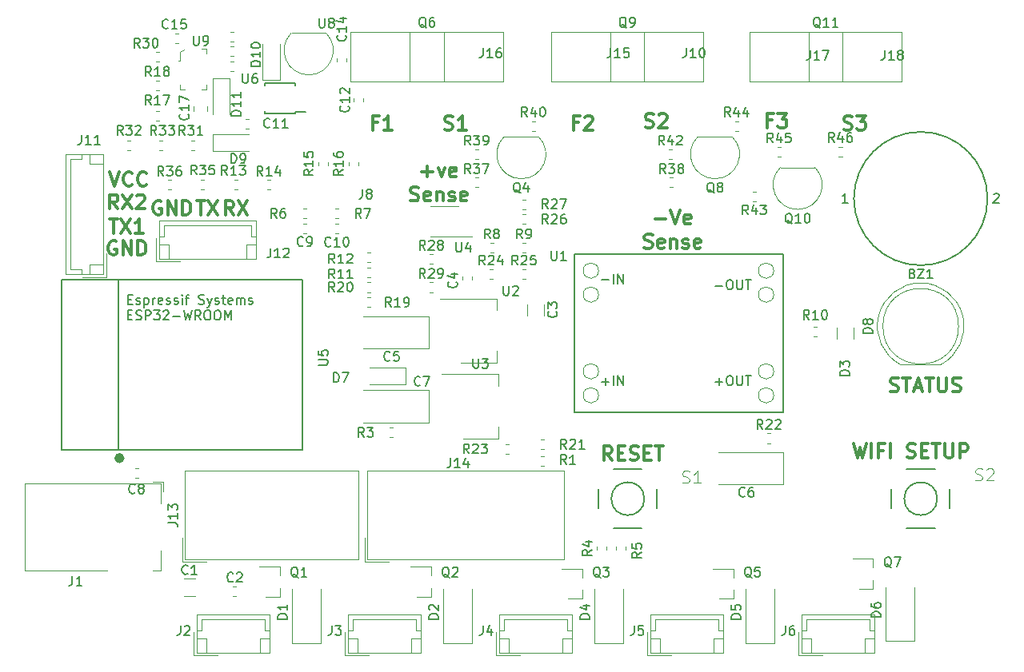
<source format=gbr>
G04 #@! TF.GenerationSoftware,KiCad,Pcbnew,5.1.9-73d0e3b20d~88~ubuntu20.04.1*
G04 #@! TF.CreationDate,2021-03-04T19:57:15+00:00*
G04 #@! TF.ProjectId,dc_load_unit,64635f6c-6f61-4645-9f75-6e69742e6b69,1.2*
G04 #@! TF.SameCoordinates,Original*
G04 #@! TF.FileFunction,Legend,Top*
G04 #@! TF.FilePolarity,Positive*
%FSLAX46Y46*%
G04 Gerber Fmt 4.6, Leading zero omitted, Abs format (unit mm)*
G04 Created by KiCad (PCBNEW 5.1.9-73d0e3b20d~88~ubuntu20.04.1) date 2021-03-04 19:57:15*
%MOMM*%
%LPD*%
G01*
G04 APERTURE LIST*
%ADD10C,0.300000*%
%ADD11C,0.120000*%
%ADD12C,0.127000*%
%ADD13C,0.150000*%
%ADD14C,0.500000*%
%ADD15C,0.203200*%
%ADD16C,0.100000*%
%ADD17C,0.101600*%
G04 APERTURE END LIST*
D10*
X162892857Y-83332142D02*
X164035714Y-83332142D01*
X164535714Y-82403571D02*
X165035714Y-83903571D01*
X165535714Y-82403571D01*
X166607142Y-83832142D02*
X166464285Y-83903571D01*
X166178571Y-83903571D01*
X166035714Y-83832142D01*
X165964285Y-83689285D01*
X165964285Y-83117857D01*
X166035714Y-82975000D01*
X166178571Y-82903571D01*
X166464285Y-82903571D01*
X166607142Y-82975000D01*
X166678571Y-83117857D01*
X166678571Y-83260714D01*
X165964285Y-83403571D01*
X161750000Y-86382142D02*
X161964285Y-86453571D01*
X162321428Y-86453571D01*
X162464285Y-86382142D01*
X162535714Y-86310714D01*
X162607142Y-86167857D01*
X162607142Y-86025000D01*
X162535714Y-85882142D01*
X162464285Y-85810714D01*
X162321428Y-85739285D01*
X162035714Y-85667857D01*
X161892857Y-85596428D01*
X161821428Y-85525000D01*
X161750000Y-85382142D01*
X161750000Y-85239285D01*
X161821428Y-85096428D01*
X161892857Y-85025000D01*
X162035714Y-84953571D01*
X162392857Y-84953571D01*
X162607142Y-85025000D01*
X163821428Y-86382142D02*
X163678571Y-86453571D01*
X163392857Y-86453571D01*
X163250000Y-86382142D01*
X163178571Y-86239285D01*
X163178571Y-85667857D01*
X163250000Y-85525000D01*
X163392857Y-85453571D01*
X163678571Y-85453571D01*
X163821428Y-85525000D01*
X163892857Y-85667857D01*
X163892857Y-85810714D01*
X163178571Y-85953571D01*
X164535714Y-85453571D02*
X164535714Y-86453571D01*
X164535714Y-85596428D02*
X164607142Y-85525000D01*
X164750000Y-85453571D01*
X164964285Y-85453571D01*
X165107142Y-85525000D01*
X165178571Y-85667857D01*
X165178571Y-86453571D01*
X165821428Y-86382142D02*
X165964285Y-86453571D01*
X166250000Y-86453571D01*
X166392857Y-86382142D01*
X166464285Y-86239285D01*
X166464285Y-86167857D01*
X166392857Y-86025000D01*
X166250000Y-85953571D01*
X166035714Y-85953571D01*
X165892857Y-85882142D01*
X165821428Y-85739285D01*
X165821428Y-85667857D01*
X165892857Y-85525000D01*
X166035714Y-85453571D01*
X166250000Y-85453571D01*
X166392857Y-85525000D01*
X167678571Y-86382142D02*
X167535714Y-86453571D01*
X167250000Y-86453571D01*
X167107142Y-86382142D01*
X167035714Y-86239285D01*
X167035714Y-85667857D01*
X167107142Y-85525000D01*
X167250000Y-85453571D01*
X167535714Y-85453571D01*
X167678571Y-85525000D01*
X167750000Y-85667857D01*
X167750000Y-85810714D01*
X167035714Y-85953571D01*
X138214285Y-78332142D02*
X139357142Y-78332142D01*
X138785714Y-78903571D02*
X138785714Y-77760714D01*
X139928571Y-77903571D02*
X140285714Y-78903571D01*
X140642857Y-77903571D01*
X141785714Y-78832142D02*
X141642857Y-78903571D01*
X141357142Y-78903571D01*
X141214285Y-78832142D01*
X141142857Y-78689285D01*
X141142857Y-78117857D01*
X141214285Y-77975000D01*
X141357142Y-77903571D01*
X141642857Y-77903571D01*
X141785714Y-77975000D01*
X141857142Y-78117857D01*
X141857142Y-78260714D01*
X141142857Y-78403571D01*
X137000000Y-81382142D02*
X137214285Y-81453571D01*
X137571428Y-81453571D01*
X137714285Y-81382142D01*
X137785714Y-81310714D01*
X137857142Y-81167857D01*
X137857142Y-81025000D01*
X137785714Y-80882142D01*
X137714285Y-80810714D01*
X137571428Y-80739285D01*
X137285714Y-80667857D01*
X137142857Y-80596428D01*
X137071428Y-80525000D01*
X137000000Y-80382142D01*
X137000000Y-80239285D01*
X137071428Y-80096428D01*
X137142857Y-80025000D01*
X137285714Y-79953571D01*
X137642857Y-79953571D01*
X137857142Y-80025000D01*
X139071428Y-81382142D02*
X138928571Y-81453571D01*
X138642857Y-81453571D01*
X138500000Y-81382142D01*
X138428571Y-81239285D01*
X138428571Y-80667857D01*
X138500000Y-80525000D01*
X138642857Y-80453571D01*
X138928571Y-80453571D01*
X139071428Y-80525000D01*
X139142857Y-80667857D01*
X139142857Y-80810714D01*
X138428571Y-80953571D01*
X139785714Y-80453571D02*
X139785714Y-81453571D01*
X139785714Y-80596428D02*
X139857142Y-80525000D01*
X140000000Y-80453571D01*
X140214285Y-80453571D01*
X140357142Y-80525000D01*
X140428571Y-80667857D01*
X140428571Y-81453571D01*
X141071428Y-81382142D02*
X141214285Y-81453571D01*
X141500000Y-81453571D01*
X141642857Y-81382142D01*
X141714285Y-81239285D01*
X141714285Y-81167857D01*
X141642857Y-81025000D01*
X141500000Y-80953571D01*
X141285714Y-80953571D01*
X141142857Y-80882142D01*
X141071428Y-80739285D01*
X141071428Y-80667857D01*
X141142857Y-80525000D01*
X141285714Y-80453571D01*
X141500000Y-80453571D01*
X141642857Y-80525000D01*
X142928571Y-81382142D02*
X142785714Y-81453571D01*
X142500000Y-81453571D01*
X142357142Y-81382142D01*
X142285714Y-81239285D01*
X142285714Y-80667857D01*
X142357142Y-80525000D01*
X142500000Y-80453571D01*
X142785714Y-80453571D01*
X142928571Y-80525000D01*
X143000000Y-80667857D01*
X143000000Y-80810714D01*
X142285714Y-80953571D01*
X182857142Y-73857142D02*
X183071428Y-73928571D01*
X183428571Y-73928571D01*
X183571428Y-73857142D01*
X183642857Y-73785714D01*
X183714285Y-73642857D01*
X183714285Y-73500000D01*
X183642857Y-73357142D01*
X183571428Y-73285714D01*
X183428571Y-73214285D01*
X183142857Y-73142857D01*
X183000000Y-73071428D01*
X182928571Y-73000000D01*
X182857142Y-72857142D01*
X182857142Y-72714285D01*
X182928571Y-72571428D01*
X183000000Y-72500000D01*
X183142857Y-72428571D01*
X183500000Y-72428571D01*
X183714285Y-72500000D01*
X184214285Y-72428571D02*
X185142857Y-72428571D01*
X184642857Y-73000000D01*
X184857142Y-73000000D01*
X185000000Y-73071428D01*
X185071428Y-73142857D01*
X185142857Y-73285714D01*
X185142857Y-73642857D01*
X185071428Y-73785714D01*
X185000000Y-73857142D01*
X184857142Y-73928571D01*
X184428571Y-73928571D01*
X184285714Y-73857142D01*
X184214285Y-73785714D01*
X175250000Y-72892857D02*
X174750000Y-72892857D01*
X174750000Y-73678571D02*
X174750000Y-72178571D01*
X175464285Y-72178571D01*
X175892857Y-72178571D02*
X176821428Y-72178571D01*
X176321428Y-72750000D01*
X176535714Y-72750000D01*
X176678571Y-72821428D01*
X176750000Y-72892857D01*
X176821428Y-73035714D01*
X176821428Y-73392857D01*
X176750000Y-73535714D01*
X176678571Y-73607142D01*
X176535714Y-73678571D01*
X176107142Y-73678571D01*
X175964285Y-73607142D01*
X175892857Y-73535714D01*
X140607142Y-73857142D02*
X140821428Y-73928571D01*
X141178571Y-73928571D01*
X141321428Y-73857142D01*
X141392857Y-73785714D01*
X141464285Y-73642857D01*
X141464285Y-73500000D01*
X141392857Y-73357142D01*
X141321428Y-73285714D01*
X141178571Y-73214285D01*
X140892857Y-73142857D01*
X140750000Y-73071428D01*
X140678571Y-73000000D01*
X140607142Y-72857142D01*
X140607142Y-72714285D01*
X140678571Y-72571428D01*
X140750000Y-72500000D01*
X140892857Y-72428571D01*
X141250000Y-72428571D01*
X141464285Y-72500000D01*
X142892857Y-73928571D02*
X142035714Y-73928571D01*
X142464285Y-73928571D02*
X142464285Y-72428571D01*
X142321428Y-72642857D01*
X142178571Y-72785714D01*
X142035714Y-72857142D01*
X133500000Y-73142857D02*
X133000000Y-73142857D01*
X133000000Y-73928571D02*
X133000000Y-72428571D01*
X133714285Y-72428571D01*
X135071428Y-73928571D02*
X134214285Y-73928571D01*
X134642857Y-73928571D02*
X134642857Y-72428571D01*
X134500000Y-72642857D01*
X134357142Y-72785714D01*
X134214285Y-72857142D01*
X154750000Y-73142857D02*
X154250000Y-73142857D01*
X154250000Y-73928571D02*
X154250000Y-72428571D01*
X154964285Y-72428571D01*
X155464285Y-72571428D02*
X155535714Y-72500000D01*
X155678571Y-72428571D01*
X156035714Y-72428571D01*
X156178571Y-72500000D01*
X156250000Y-72571428D01*
X156321428Y-72714285D01*
X156321428Y-72857142D01*
X156250000Y-73071428D01*
X155392857Y-73928571D01*
X156321428Y-73928571D01*
X161857142Y-73607142D02*
X162071428Y-73678571D01*
X162428571Y-73678571D01*
X162571428Y-73607142D01*
X162642857Y-73535714D01*
X162714285Y-73392857D01*
X162714285Y-73250000D01*
X162642857Y-73107142D01*
X162571428Y-73035714D01*
X162428571Y-72964285D01*
X162142857Y-72892857D01*
X162000000Y-72821428D01*
X161928571Y-72750000D01*
X161857142Y-72607142D01*
X161857142Y-72464285D01*
X161928571Y-72321428D01*
X162000000Y-72250000D01*
X162142857Y-72178571D01*
X162500000Y-72178571D01*
X162714285Y-72250000D01*
X163285714Y-72321428D02*
X163357142Y-72250000D01*
X163500000Y-72178571D01*
X163857142Y-72178571D01*
X164000000Y-72250000D01*
X164071428Y-72321428D01*
X164142857Y-72464285D01*
X164142857Y-72607142D01*
X164071428Y-72821428D01*
X163214285Y-73678571D01*
X164142857Y-73678571D01*
X105200000Y-78378571D02*
X105700000Y-79878571D01*
X106200000Y-78378571D01*
X107557142Y-79735714D02*
X107485714Y-79807142D01*
X107271428Y-79878571D01*
X107128571Y-79878571D01*
X106914285Y-79807142D01*
X106771428Y-79664285D01*
X106700000Y-79521428D01*
X106628571Y-79235714D01*
X106628571Y-79021428D01*
X106700000Y-78735714D01*
X106771428Y-78592857D01*
X106914285Y-78450000D01*
X107128571Y-78378571D01*
X107271428Y-78378571D01*
X107485714Y-78450000D01*
X107557142Y-78521428D01*
X109057142Y-79735714D02*
X108985714Y-79807142D01*
X108771428Y-79878571D01*
X108628571Y-79878571D01*
X108414285Y-79807142D01*
X108271428Y-79664285D01*
X108200000Y-79521428D01*
X108128571Y-79235714D01*
X108128571Y-79021428D01*
X108200000Y-78735714D01*
X108271428Y-78592857D01*
X108414285Y-78450000D01*
X108628571Y-78378571D01*
X108771428Y-78378571D01*
X108985714Y-78450000D01*
X109057142Y-78521428D01*
X106035714Y-82278571D02*
X105535714Y-81564285D01*
X105178571Y-82278571D02*
X105178571Y-80778571D01*
X105750000Y-80778571D01*
X105892857Y-80850000D01*
X105964285Y-80921428D01*
X106035714Y-81064285D01*
X106035714Y-81278571D01*
X105964285Y-81421428D01*
X105892857Y-81492857D01*
X105750000Y-81564285D01*
X105178571Y-81564285D01*
X106535714Y-80778571D02*
X107535714Y-82278571D01*
X107535714Y-80778571D02*
X106535714Y-82278571D01*
X108035714Y-80921428D02*
X108107142Y-80850000D01*
X108250000Y-80778571D01*
X108607142Y-80778571D01*
X108750000Y-80850000D01*
X108821428Y-80921428D01*
X108892857Y-81064285D01*
X108892857Y-81207142D01*
X108821428Y-81421428D01*
X107964285Y-82278571D01*
X108892857Y-82278571D01*
X105142857Y-83378571D02*
X106000000Y-83378571D01*
X105571428Y-84878571D02*
X105571428Y-83378571D01*
X106357142Y-83378571D02*
X107357142Y-84878571D01*
X107357142Y-83378571D02*
X106357142Y-84878571D01*
X108714285Y-84878571D02*
X107857142Y-84878571D01*
X108285714Y-84878571D02*
X108285714Y-83378571D01*
X108142857Y-83592857D01*
X108000000Y-83735714D01*
X107857142Y-83807142D01*
X105857142Y-85750000D02*
X105714285Y-85678571D01*
X105500000Y-85678571D01*
X105285714Y-85750000D01*
X105142857Y-85892857D01*
X105071428Y-86035714D01*
X105000000Y-86321428D01*
X105000000Y-86535714D01*
X105071428Y-86821428D01*
X105142857Y-86964285D01*
X105285714Y-87107142D01*
X105500000Y-87178571D01*
X105642857Y-87178571D01*
X105857142Y-87107142D01*
X105928571Y-87035714D01*
X105928571Y-86535714D01*
X105642857Y-86535714D01*
X106571428Y-87178571D02*
X106571428Y-85678571D01*
X107428571Y-87178571D01*
X107428571Y-85678571D01*
X108142857Y-87178571D02*
X108142857Y-85678571D01*
X108500000Y-85678571D01*
X108714285Y-85750000D01*
X108857142Y-85892857D01*
X108928571Y-86035714D01*
X109000000Y-86321428D01*
X109000000Y-86535714D01*
X108928571Y-86821428D01*
X108857142Y-86964285D01*
X108714285Y-87107142D01*
X108500000Y-87178571D01*
X108142857Y-87178571D01*
X118250000Y-82928571D02*
X117750000Y-82214285D01*
X117392857Y-82928571D02*
X117392857Y-81428571D01*
X117964285Y-81428571D01*
X118107142Y-81500000D01*
X118178571Y-81571428D01*
X118250000Y-81714285D01*
X118250000Y-81928571D01*
X118178571Y-82071428D01*
X118107142Y-82142857D01*
X117964285Y-82214285D01*
X117392857Y-82214285D01*
X118750000Y-81428571D02*
X119750000Y-82928571D01*
X119750000Y-81428571D02*
X118750000Y-82928571D01*
X114357142Y-81428571D02*
X115214285Y-81428571D01*
X114785714Y-82928571D02*
X114785714Y-81428571D01*
X115571428Y-81428571D02*
X116571428Y-82928571D01*
X116571428Y-81428571D02*
X115571428Y-82928571D01*
X110607142Y-81500000D02*
X110464285Y-81428571D01*
X110250000Y-81428571D01*
X110035714Y-81500000D01*
X109892857Y-81642857D01*
X109821428Y-81785714D01*
X109750000Y-82071428D01*
X109750000Y-82285714D01*
X109821428Y-82571428D01*
X109892857Y-82714285D01*
X110035714Y-82857142D01*
X110250000Y-82928571D01*
X110392857Y-82928571D01*
X110607142Y-82857142D01*
X110678571Y-82785714D01*
X110678571Y-82285714D01*
X110392857Y-82285714D01*
X111321428Y-82928571D02*
X111321428Y-81428571D01*
X112178571Y-82928571D01*
X112178571Y-81428571D01*
X112892857Y-82928571D02*
X112892857Y-81428571D01*
X113250000Y-81428571D01*
X113464285Y-81500000D01*
X113607142Y-81642857D01*
X113678571Y-81785714D01*
X113750000Y-82071428D01*
X113750000Y-82285714D01*
X113678571Y-82571428D01*
X113607142Y-82714285D01*
X113464285Y-82857142D01*
X113250000Y-82928571D01*
X112892857Y-82928571D01*
X158321428Y-108928571D02*
X157821428Y-108214285D01*
X157464285Y-108928571D02*
X157464285Y-107428571D01*
X158035714Y-107428571D01*
X158178571Y-107500000D01*
X158250000Y-107571428D01*
X158321428Y-107714285D01*
X158321428Y-107928571D01*
X158250000Y-108071428D01*
X158178571Y-108142857D01*
X158035714Y-108214285D01*
X157464285Y-108214285D01*
X158964285Y-108142857D02*
X159464285Y-108142857D01*
X159678571Y-108928571D02*
X158964285Y-108928571D01*
X158964285Y-107428571D01*
X159678571Y-107428571D01*
X160250000Y-108857142D02*
X160464285Y-108928571D01*
X160821428Y-108928571D01*
X160964285Y-108857142D01*
X161035714Y-108785714D01*
X161107142Y-108642857D01*
X161107142Y-108500000D01*
X161035714Y-108357142D01*
X160964285Y-108285714D01*
X160821428Y-108214285D01*
X160535714Y-108142857D01*
X160392857Y-108071428D01*
X160321428Y-108000000D01*
X160250000Y-107857142D01*
X160250000Y-107714285D01*
X160321428Y-107571428D01*
X160392857Y-107500000D01*
X160535714Y-107428571D01*
X160892857Y-107428571D01*
X161107142Y-107500000D01*
X161750000Y-108142857D02*
X162250000Y-108142857D01*
X162464285Y-108928571D02*
X161750000Y-108928571D01*
X161750000Y-107428571D01*
X162464285Y-107428571D01*
X162892857Y-107428571D02*
X163750000Y-107428571D01*
X163321428Y-108928571D02*
X163321428Y-107428571D01*
X187785714Y-101607142D02*
X188000000Y-101678571D01*
X188357142Y-101678571D01*
X188500000Y-101607142D01*
X188571428Y-101535714D01*
X188642857Y-101392857D01*
X188642857Y-101250000D01*
X188571428Y-101107142D01*
X188500000Y-101035714D01*
X188357142Y-100964285D01*
X188071428Y-100892857D01*
X187928571Y-100821428D01*
X187857142Y-100750000D01*
X187785714Y-100607142D01*
X187785714Y-100464285D01*
X187857142Y-100321428D01*
X187928571Y-100250000D01*
X188071428Y-100178571D01*
X188428571Y-100178571D01*
X188642857Y-100250000D01*
X189071428Y-100178571D02*
X189928571Y-100178571D01*
X189500000Y-101678571D02*
X189500000Y-100178571D01*
X190357142Y-101250000D02*
X191071428Y-101250000D01*
X190214285Y-101678571D02*
X190714285Y-100178571D01*
X191214285Y-101678571D01*
X191500000Y-100178571D02*
X192357142Y-100178571D01*
X191928571Y-101678571D02*
X191928571Y-100178571D01*
X192857142Y-100178571D02*
X192857142Y-101392857D01*
X192928571Y-101535714D01*
X193000000Y-101607142D01*
X193142857Y-101678571D01*
X193428571Y-101678571D01*
X193571428Y-101607142D01*
X193642857Y-101535714D01*
X193714285Y-101392857D01*
X193714285Y-100178571D01*
X194357142Y-101607142D02*
X194571428Y-101678571D01*
X194928571Y-101678571D01*
X195071428Y-101607142D01*
X195142857Y-101535714D01*
X195214285Y-101392857D01*
X195214285Y-101250000D01*
X195142857Y-101107142D01*
X195071428Y-101035714D01*
X194928571Y-100964285D01*
X194642857Y-100892857D01*
X194500000Y-100821428D01*
X194428571Y-100750000D01*
X194357142Y-100607142D01*
X194357142Y-100464285D01*
X194428571Y-100321428D01*
X194500000Y-100250000D01*
X194642857Y-100178571D01*
X195000000Y-100178571D01*
X195214285Y-100250000D01*
X183928571Y-107178571D02*
X184285714Y-108678571D01*
X184571428Y-107607142D01*
X184857142Y-108678571D01*
X185214285Y-107178571D01*
X185785714Y-108678571D02*
X185785714Y-107178571D01*
X187000000Y-107892857D02*
X186500000Y-107892857D01*
X186500000Y-108678571D02*
X186500000Y-107178571D01*
X187214285Y-107178571D01*
X187785714Y-108678571D02*
X187785714Y-107178571D01*
X189571428Y-108607142D02*
X189785714Y-108678571D01*
X190142857Y-108678571D01*
X190285714Y-108607142D01*
X190357142Y-108535714D01*
X190428571Y-108392857D01*
X190428571Y-108250000D01*
X190357142Y-108107142D01*
X190285714Y-108035714D01*
X190142857Y-107964285D01*
X189857142Y-107892857D01*
X189714285Y-107821428D01*
X189642857Y-107750000D01*
X189571428Y-107607142D01*
X189571428Y-107464285D01*
X189642857Y-107321428D01*
X189714285Y-107250000D01*
X189857142Y-107178571D01*
X190214285Y-107178571D01*
X190428571Y-107250000D01*
X191071428Y-107892857D02*
X191571428Y-107892857D01*
X191785714Y-108678571D02*
X191071428Y-108678571D01*
X191071428Y-107178571D01*
X191785714Y-107178571D01*
X192214285Y-107178571D02*
X193071428Y-107178571D01*
X192642857Y-108678571D02*
X192642857Y-107178571D01*
X193571428Y-107178571D02*
X193571428Y-108392857D01*
X193642857Y-108535714D01*
X193714285Y-108607142D01*
X193857142Y-108678571D01*
X194142857Y-108678571D01*
X194285714Y-108607142D01*
X194357142Y-108535714D01*
X194428571Y-108392857D01*
X194428571Y-107178571D01*
X195142857Y-108678571D02*
X195142857Y-107178571D01*
X195714285Y-107178571D01*
X195857142Y-107250000D01*
X195928571Y-107321428D01*
X196000000Y-107464285D01*
X196000000Y-107678571D01*
X195928571Y-107821428D01*
X195857142Y-107892857D01*
X195714285Y-107964285D01*
X195142857Y-107964285D01*
D11*
X150530000Y-74650000D02*
X146930000Y-74650000D01*
X150568478Y-74661522D02*
G75*
G02*
X148730000Y-79100000I-1838478J-1838478D01*
G01*
X146891522Y-74661522D02*
G75*
G03*
X148730000Y-79100000I1838478J-1838478D01*
G01*
D12*
X176414000Y-87063500D02*
X154314000Y-87063500D01*
X176414000Y-103823500D02*
X176414000Y-87063500D01*
X154314000Y-103823500D02*
X176414000Y-103823500D01*
X154314000Y-87063500D02*
X154314000Y-103823500D01*
D11*
X112900000Y-119655000D02*
X112900000Y-117115000D01*
X112900000Y-119655000D02*
X115440000Y-119655000D01*
X113150000Y-119405000D02*
X113150000Y-110055000D01*
X131470000Y-119405000D02*
X113150000Y-119405000D01*
X131470000Y-110055000D02*
X131470000Y-119405000D01*
X113150000Y-110055000D02*
X131470000Y-110055000D01*
X185960000Y-122530000D02*
X184500000Y-122530000D01*
X185960000Y-119370000D02*
X183800000Y-119370000D01*
X185960000Y-119370000D02*
X185960000Y-120300000D01*
X185960000Y-122530000D02*
X185960000Y-121600000D01*
X171160000Y-123580000D02*
X169700000Y-123580000D01*
X171160000Y-120420000D02*
X169000000Y-120420000D01*
X171160000Y-120420000D02*
X171160000Y-121350000D01*
X171160000Y-123580000D02*
X171160000Y-122650000D01*
X155160000Y-123580000D02*
X153700000Y-123580000D01*
X155160000Y-120420000D02*
X153000000Y-120420000D01*
X155160000Y-120420000D02*
X155160000Y-121350000D01*
X155160000Y-123580000D02*
X155160000Y-122650000D01*
X139160000Y-123380000D02*
X137700000Y-123380000D01*
X139160000Y-120220000D02*
X137000000Y-120220000D01*
X139160000Y-120220000D02*
X139160000Y-121150000D01*
X139160000Y-123380000D02*
X139160000Y-122450000D01*
X123160000Y-123380000D02*
X121700000Y-123380000D01*
X123160000Y-120220000D02*
X121000000Y-120220000D01*
X123160000Y-120220000D02*
X123160000Y-121150000D01*
X123160000Y-123380000D02*
X123160000Y-122450000D01*
X146090000Y-129610000D02*
X148590000Y-129610000D01*
X146090000Y-127110000D02*
X146090000Y-129610000D01*
X153110000Y-127810000D02*
X153110000Y-129310000D01*
X154110000Y-127810000D02*
X153110000Y-127810000D01*
X147390000Y-127810000D02*
X147390000Y-129310000D01*
X146390000Y-127810000D02*
X147390000Y-127810000D01*
X153610000Y-127000000D02*
X154110000Y-127000000D01*
X153610000Y-125790000D02*
X153610000Y-127000000D01*
X146890000Y-125790000D02*
X153610000Y-125790000D01*
X146890000Y-127000000D02*
X146890000Y-125790000D01*
X146390000Y-127000000D02*
X146890000Y-127000000D01*
X154110000Y-125290000D02*
X146390000Y-125290000D01*
X154110000Y-129310000D02*
X154110000Y-125290000D01*
X146390000Y-129310000D02*
X154110000Y-129310000D01*
X146390000Y-125290000D02*
X146390000Y-129310000D01*
X156740000Y-118078733D02*
X156740000Y-118421267D01*
X157760000Y-118078733D02*
X157760000Y-118421267D01*
D13*
X100050000Y-89800000D02*
X100050000Y-107800000D01*
X125550000Y-89800000D02*
X125550000Y-107800000D01*
X100050000Y-89800000D02*
X125550000Y-89800000D01*
X100050000Y-107800000D02*
X125550000Y-107800000D01*
X106050000Y-89800000D02*
X106050000Y-107800000D01*
D14*
X106479981Y-108706000D02*
G75*
G03*
X106479981Y-108706000I-283981J0D01*
G01*
D11*
X112997936Y-123310000D02*
X114202064Y-123310000D01*
X112997936Y-121490000D02*
X114202064Y-121490000D01*
X118228733Y-123310000D02*
X118571267Y-123310000D01*
X118228733Y-122290000D02*
X118571267Y-122290000D01*
X149340000Y-92385436D02*
X149340000Y-93589564D01*
X151160000Y-92385436D02*
X151160000Y-93589564D01*
X142490000Y-89428733D02*
X142490000Y-89771267D01*
X143510000Y-89428733D02*
X143510000Y-89771267D01*
X108171267Y-109740000D02*
X107828733Y-109740000D01*
X108171267Y-110760000D02*
X107828733Y-110760000D01*
X125971267Y-83890000D02*
X125628733Y-83890000D01*
X125971267Y-84910000D02*
X125628733Y-84910000D01*
X129371267Y-83890000D02*
X129028733Y-83890000D01*
X129371267Y-84910000D02*
X129028733Y-84910000D01*
X119921267Y-72740000D02*
X119578733Y-72740000D01*
X119921267Y-73760000D02*
X119578733Y-73760000D01*
X132010000Y-70921267D02*
X132010000Y-70578733D01*
X130990000Y-70921267D02*
X130990000Y-70578733D01*
X130260000Y-66671267D02*
X130260000Y-66328733D01*
X129240000Y-66671267D02*
X129240000Y-66328733D01*
X127500000Y-128300000D02*
X127500000Y-122600000D01*
X124500000Y-128300000D02*
X127500000Y-128300000D01*
X124500000Y-122600000D02*
X124500000Y-128300000D01*
X143500000Y-128300000D02*
X143500000Y-122600000D01*
X140500000Y-128300000D02*
X143500000Y-128300000D01*
X140500000Y-122600000D02*
X140500000Y-128300000D01*
X183910000Y-96089564D02*
X183910000Y-94885436D01*
X182090000Y-96089564D02*
X182090000Y-94885436D01*
X159500000Y-128300000D02*
X159500000Y-122600000D01*
X156500000Y-128300000D02*
X159500000Y-128300000D01*
X156500000Y-122600000D02*
X156500000Y-128300000D01*
X175500000Y-128300000D02*
X175500000Y-122600000D01*
X172500000Y-128300000D02*
X175500000Y-128300000D01*
X172500000Y-122600000D02*
X172500000Y-128300000D01*
X190300000Y-128100000D02*
X190300000Y-122400000D01*
X187300000Y-128100000D02*
X190300000Y-128100000D01*
X187300000Y-122400000D02*
X187300000Y-128100000D01*
X188858000Y-98790000D02*
X193142000Y-98790000D01*
X195000000Y-94730000D02*
G75*
G03*
X195000000Y-94730000I-4000000J0D01*
G01*
X190999514Y-90140000D02*
G75*
G02*
X193141145Y-98790000I486J-4590000D01*
G01*
X191000486Y-90140000D02*
G75*
G03*
X188858855Y-98790000I-486J-4590000D01*
G01*
X114090000Y-129610000D02*
X116590000Y-129610000D01*
X114090000Y-127110000D02*
X114090000Y-129610000D01*
X121110000Y-127810000D02*
X121110000Y-129310000D01*
X122110000Y-127810000D02*
X121110000Y-127810000D01*
X115390000Y-127810000D02*
X115390000Y-129310000D01*
X114390000Y-127810000D02*
X115390000Y-127810000D01*
X121610000Y-127000000D02*
X122110000Y-127000000D01*
X121610000Y-125790000D02*
X121610000Y-127000000D01*
X114890000Y-125790000D02*
X121610000Y-125790000D01*
X114890000Y-127000000D02*
X114890000Y-125790000D01*
X114390000Y-127000000D02*
X114890000Y-127000000D01*
X122110000Y-125290000D02*
X114390000Y-125290000D01*
X122110000Y-129310000D02*
X122110000Y-125290000D01*
X114390000Y-129310000D02*
X122110000Y-129310000D01*
X114390000Y-125290000D02*
X114390000Y-129310000D01*
X130090000Y-129610000D02*
X132590000Y-129610000D01*
X130090000Y-127110000D02*
X130090000Y-129610000D01*
X137110000Y-127810000D02*
X137110000Y-129310000D01*
X138110000Y-127810000D02*
X137110000Y-127810000D01*
X131390000Y-127810000D02*
X131390000Y-129310000D01*
X130390000Y-127810000D02*
X131390000Y-127810000D01*
X137610000Y-127000000D02*
X138110000Y-127000000D01*
X137610000Y-125790000D02*
X137610000Y-127000000D01*
X130890000Y-125790000D02*
X137610000Y-125790000D01*
X130890000Y-127000000D02*
X130890000Y-125790000D01*
X130390000Y-127000000D02*
X130890000Y-127000000D01*
X138110000Y-125290000D02*
X130390000Y-125290000D01*
X138110000Y-129310000D02*
X138110000Y-125290000D01*
X130390000Y-129310000D02*
X138110000Y-129310000D01*
X130390000Y-125290000D02*
X130390000Y-129310000D01*
X162090000Y-129610000D02*
X164590000Y-129610000D01*
X162090000Y-127110000D02*
X162090000Y-129610000D01*
X169110000Y-127810000D02*
X169110000Y-129310000D01*
X170110000Y-127810000D02*
X169110000Y-127810000D01*
X163390000Y-127810000D02*
X163390000Y-129310000D01*
X162390000Y-127810000D02*
X163390000Y-127810000D01*
X169610000Y-127000000D02*
X170110000Y-127000000D01*
X169610000Y-125790000D02*
X169610000Y-127000000D01*
X162890000Y-125790000D02*
X169610000Y-125790000D01*
X162890000Y-127000000D02*
X162890000Y-125790000D01*
X162390000Y-127000000D02*
X162890000Y-127000000D01*
X170110000Y-125290000D02*
X162390000Y-125290000D01*
X170110000Y-129310000D02*
X170110000Y-125290000D01*
X162390000Y-129310000D02*
X170110000Y-129310000D01*
X162390000Y-125290000D02*
X162390000Y-129310000D01*
X178090000Y-129610000D02*
X180590000Y-129610000D01*
X178090000Y-127110000D02*
X178090000Y-129610000D01*
X185110000Y-127810000D02*
X185110000Y-129310000D01*
X186110000Y-127810000D02*
X185110000Y-127810000D01*
X179390000Y-127810000D02*
X179390000Y-129310000D01*
X178390000Y-127810000D02*
X179390000Y-127810000D01*
X185610000Y-127000000D02*
X186110000Y-127000000D01*
X185610000Y-125790000D02*
X185610000Y-127000000D01*
X178890000Y-125790000D02*
X185610000Y-125790000D01*
X178890000Y-127000000D02*
X178890000Y-125790000D01*
X178390000Y-127000000D02*
X178890000Y-127000000D01*
X186110000Y-125290000D02*
X178390000Y-125290000D01*
X186110000Y-129310000D02*
X186110000Y-125290000D01*
X178390000Y-129310000D02*
X186110000Y-129310000D01*
X178390000Y-125290000D02*
X178390000Y-129310000D01*
X140555000Y-63549000D02*
X140555000Y-68820000D01*
X136946000Y-63549000D02*
X136946000Y-68820000D01*
X146820000Y-63549000D02*
X146820000Y-68820000D01*
X130680000Y-63549000D02*
X130680000Y-68820000D01*
X130680000Y-68820000D02*
X146820000Y-68820000D01*
X130680000Y-63549000D02*
X146820000Y-63549000D01*
X151171267Y-108490000D02*
X150828733Y-108490000D01*
X151171267Y-109510000D02*
X150828733Y-109510000D01*
X134828733Y-106510000D02*
X135171267Y-106510000D01*
X134828733Y-105490000D02*
X135171267Y-105490000D01*
X159760000Y-118421267D02*
X159760000Y-118078733D01*
X158740000Y-118421267D02*
X158740000Y-118078733D01*
X125971267Y-82290000D02*
X125628733Y-82290000D01*
X125971267Y-83310000D02*
X125628733Y-83310000D01*
X129371267Y-82290000D02*
X129028733Y-82290000D01*
X129371267Y-83310000D02*
X129028733Y-83310000D01*
X145428733Y-86910000D02*
X145771267Y-86910000D01*
X145428733Y-85890000D02*
X145771267Y-85890000D01*
X148828733Y-86910000D02*
X149171267Y-86910000D01*
X148828733Y-85890000D02*
X149171267Y-85890000D01*
X179996267Y-94790000D02*
X179653733Y-94790000D01*
X179996267Y-95810000D02*
X179653733Y-95810000D01*
X132428733Y-89510000D02*
X132771267Y-89510000D01*
X132428733Y-88490000D02*
X132771267Y-88490000D01*
X132771267Y-86890000D02*
X132428733Y-86890000D01*
X132771267Y-87910000D02*
X132428733Y-87910000D01*
X118328733Y-80260000D02*
X118671267Y-80260000D01*
X118328733Y-79240000D02*
X118671267Y-79240000D01*
X121828733Y-80260000D02*
X122171267Y-80260000D01*
X121828733Y-79240000D02*
X122171267Y-79240000D01*
X127240000Y-77328733D02*
X127240000Y-77671267D01*
X128260000Y-77328733D02*
X128260000Y-77671267D01*
X130490000Y-77328733D02*
X130490000Y-77671267D01*
X131510000Y-77328733D02*
X131510000Y-77671267D01*
D15*
X161498600Y-109901200D02*
X158501400Y-109901200D01*
X163098800Y-113998220D02*
X163098800Y-112001780D01*
X161498600Y-116098800D02*
X158501400Y-116098800D01*
X156901200Y-113998220D02*
X156901200Y-112001780D01*
X161747520Y-113000000D02*
G75*
G03*
X161747520Y-113000000I-1747520J0D01*
G01*
X189501400Y-116098800D02*
X192498600Y-116098800D01*
X187901200Y-112001780D02*
X187901200Y-113998220D01*
X189501400Y-109901200D02*
X192498600Y-109901200D01*
X194098800Y-112001780D02*
X194098800Y-113998220D01*
X192747520Y-113000000D02*
G75*
G03*
X192747520Y-113000000I-1747520J0D01*
G01*
D11*
X140100000Y-91790000D02*
X146110000Y-91790000D01*
X142350000Y-98610000D02*
X146110000Y-98610000D01*
X146110000Y-91790000D02*
X146110000Y-93050000D01*
X146110000Y-98610000D02*
X146110000Y-97350000D01*
X140300000Y-99790000D02*
X146310000Y-99790000D01*
X142550000Y-106610000D02*
X146310000Y-106610000D01*
X146310000Y-99790000D02*
X146310000Y-101050000D01*
X146310000Y-106610000D02*
X146310000Y-105350000D01*
D13*
X124825000Y-72050000D02*
X125900000Y-72050000D01*
X124825000Y-68975000D02*
X121575000Y-68975000D01*
X124825000Y-72225000D02*
X121575000Y-72225000D01*
X124825000Y-68975000D02*
X124825000Y-69250000D01*
X121575000Y-68975000D02*
X121575000Y-69250000D01*
X121575000Y-72225000D02*
X121575000Y-71950000D01*
X124825000Y-72225000D02*
X124825000Y-72050000D01*
D11*
X128030000Y-63650000D02*
X124430000Y-63650000D01*
X124391522Y-63661522D02*
G75*
G03*
X126230000Y-68100000I1838478J-1838478D01*
G01*
X128068478Y-63661522D02*
G75*
G02*
X126230000Y-68100000I-1838478J-1838478D01*
G01*
X132771267Y-91690000D02*
X132428733Y-91690000D01*
X132771267Y-92710000D02*
X132428733Y-92710000D01*
X132771267Y-90090000D02*
X132428733Y-90090000D01*
X132771267Y-91110000D02*
X132428733Y-91110000D01*
X110028733Y-69710000D02*
X110371267Y-69710000D01*
X110028733Y-68690000D02*
X110371267Y-68690000D01*
X110371267Y-71890000D02*
X110028733Y-71890000D01*
X110371267Y-72910000D02*
X110028733Y-72910000D01*
X110800000Y-112250000D02*
X110800000Y-111200000D01*
X109750000Y-111200000D02*
X110800000Y-111200000D01*
X104900000Y-120600000D02*
X96200000Y-120600000D01*
X96200000Y-120600000D02*
X96200000Y-111400000D01*
X110600000Y-118500000D02*
X110600000Y-120600000D01*
X110600000Y-120600000D02*
X109700000Y-120600000D01*
X96200000Y-111400000D02*
X110600000Y-111400000D01*
X110600000Y-111400000D02*
X110600000Y-113500000D01*
X151171267Y-106740000D02*
X150828733Y-106740000D01*
X151171267Y-107760000D02*
X150828733Y-107760000D01*
X174753733Y-107110000D02*
X175096267Y-107110000D01*
X174753733Y-106090000D02*
X175096267Y-106090000D01*
X147078733Y-108260000D02*
X147421267Y-108260000D01*
X147078733Y-107240000D02*
X147421267Y-107240000D01*
X140600000Y-85210000D02*
X143475000Y-85210000D01*
X140600000Y-85210000D02*
X139100000Y-85210000D01*
X140600000Y-81990000D02*
X142100000Y-81990000D01*
X140600000Y-81990000D02*
X139100000Y-81990000D01*
X138935000Y-93690000D02*
X132000000Y-93690000D01*
X138935000Y-97110000D02*
X138935000Y-93690000D01*
X132000000Y-97110000D02*
X138935000Y-97110000D01*
X176485000Y-108090000D02*
X169550000Y-108090000D01*
X176485000Y-111510000D02*
X176485000Y-108090000D01*
X169550000Y-111510000D02*
X176485000Y-111510000D01*
X138935000Y-101490000D02*
X132000000Y-101490000D01*
X138935000Y-104910000D02*
X138935000Y-101490000D01*
X132000000Y-104910000D02*
X138935000Y-104910000D01*
X112421267Y-64760000D02*
X112078733Y-64760000D01*
X112421267Y-63740000D02*
X112078733Y-63740000D01*
X132700000Y-100900000D02*
X136500000Y-100900000D01*
X136500000Y-100900000D02*
X136500000Y-99100000D01*
X136500000Y-99100000D02*
X132700000Y-99100000D01*
X116050000Y-76150000D02*
X119850000Y-76150000D01*
X116050000Y-74350000D02*
X116050000Y-76150000D01*
X119850000Y-74350000D02*
X116050000Y-74350000D01*
X121350000Y-64850000D02*
X121350000Y-68650000D01*
X121350000Y-68650000D02*
X123150000Y-68650000D01*
X123150000Y-68650000D02*
X123150000Y-64850000D01*
X116100000Y-68500000D02*
X116100000Y-72300000D01*
X117900000Y-68500000D02*
X116100000Y-68500000D01*
X117900000Y-72300000D02*
X117900000Y-68500000D01*
X110090000Y-87860000D02*
X112590000Y-87860000D01*
X110090000Y-85360000D02*
X110090000Y-87860000D01*
X119610000Y-86060000D02*
X119610000Y-87560000D01*
X120610000Y-86060000D02*
X119610000Y-86060000D01*
X111390000Y-86060000D02*
X111390000Y-87560000D01*
X110390000Y-86060000D02*
X111390000Y-86060000D01*
X120110000Y-85250000D02*
X120610000Y-85250000D01*
X120110000Y-84040000D02*
X120110000Y-85250000D01*
X110890000Y-84040000D02*
X120110000Y-84040000D01*
X110890000Y-85250000D02*
X110890000Y-84040000D01*
X110390000Y-85250000D02*
X110890000Y-85250000D01*
X120610000Y-83540000D02*
X110390000Y-83540000D01*
X120610000Y-87560000D02*
X120610000Y-83540000D01*
X110390000Y-87560000D02*
X120610000Y-87560000D01*
X110390000Y-83540000D02*
X110390000Y-87560000D01*
X132400000Y-110055000D02*
X153260000Y-110055000D01*
X153260000Y-110055000D02*
X153260000Y-119405000D01*
X153260000Y-119405000D02*
X132400000Y-119405000D01*
X132400000Y-119405000D02*
X132400000Y-110055000D01*
X132150000Y-119655000D02*
X134690000Y-119655000D01*
X132150000Y-119655000D02*
X132150000Y-117115000D01*
X145353733Y-88690000D02*
X145696267Y-88690000D01*
X145353733Y-89710000D02*
X145696267Y-89710000D01*
X148828733Y-88690000D02*
X149171267Y-88690000D01*
X148828733Y-89710000D02*
X149171267Y-89710000D01*
X148828733Y-83910000D02*
X149171267Y-83910000D01*
X148828733Y-82890000D02*
X149171267Y-82890000D01*
X148828733Y-82310000D02*
X149171267Y-82310000D01*
X148828733Y-81290000D02*
X149171267Y-81290000D01*
X139028733Y-88110000D02*
X139371267Y-88110000D01*
X139028733Y-87090000D02*
X139371267Y-87090000D01*
X139028733Y-90090000D02*
X139371267Y-90090000D01*
X139028733Y-91110000D02*
X139371267Y-91110000D01*
X110371267Y-65690000D02*
X110028733Y-65690000D01*
X110371267Y-66710000D02*
X110028733Y-66710000D01*
X114171267Y-76110000D02*
X113828733Y-76110000D01*
X114171267Y-75090000D02*
X113828733Y-75090000D01*
X107371267Y-75090000D02*
X107028733Y-75090000D01*
X107371267Y-76110000D02*
X107028733Y-76110000D01*
X110771267Y-76110000D02*
X110428733Y-76110000D01*
X110771267Y-75090000D02*
X110428733Y-75090000D01*
X117928733Y-66640000D02*
X118271267Y-66640000D01*
X117928733Y-67660000D02*
X118271267Y-67660000D01*
D16*
X113000000Y-69650000D02*
X113100000Y-69650000D01*
X112600000Y-69650000D02*
X113000000Y-69650000D01*
X115400000Y-65350000D02*
X114900000Y-65350000D01*
X115400000Y-65350000D02*
X115400000Y-65850000D01*
X112600000Y-69600000D02*
X112600000Y-69100000D01*
X115400000Y-69650000D02*
X115400000Y-69150000D01*
X115400000Y-69650000D02*
X114900000Y-69650000D01*
X112460000Y-66580000D02*
X112620000Y-66580000D01*
X112620000Y-66580000D02*
X112620000Y-65740000D01*
X112620000Y-65740000D02*
X112620000Y-65700000D01*
X112620000Y-65700000D02*
X112620000Y-65680000D01*
X112620000Y-65680000D02*
X113000000Y-65410000D01*
D11*
X115171267Y-79240000D02*
X114828733Y-79240000D01*
X115171267Y-80260000D02*
X114828733Y-80260000D01*
X111328733Y-79240000D02*
X111671267Y-79240000D01*
X111328733Y-80260000D02*
X111671267Y-80260000D01*
X100490000Y-89210000D02*
X104510000Y-89210000D01*
X104510000Y-89210000D02*
X104510000Y-76490000D01*
X104510000Y-76490000D02*
X100490000Y-76490000D01*
X100490000Y-76490000D02*
X100490000Y-89210000D01*
X102200000Y-89210000D02*
X102200000Y-88710000D01*
X102200000Y-88710000D02*
X100990000Y-88710000D01*
X100990000Y-88710000D02*
X100990000Y-76990000D01*
X100990000Y-76990000D02*
X102200000Y-76990000D01*
X102200000Y-76990000D02*
X102200000Y-76490000D01*
X103010000Y-89210000D02*
X103010000Y-88210000D01*
X103010000Y-88210000D02*
X104510000Y-88210000D01*
X103010000Y-76490000D02*
X103010000Y-77490000D01*
X103010000Y-77490000D02*
X104510000Y-77490000D01*
X102310000Y-89510000D02*
X104810000Y-89510000D01*
X104810000Y-89510000D02*
X104810000Y-87010000D01*
X115510000Y-71438748D02*
X115510000Y-71961252D01*
X114090000Y-71438748D02*
X114090000Y-71961252D01*
X171030000Y-74650000D02*
X167430000Y-74650000D01*
X167391522Y-74661522D02*
G75*
G03*
X169230000Y-79100000I1838478J-1838478D01*
G01*
X171068478Y-74661522D02*
G75*
G02*
X169230000Y-79100000I-1838478J-1838478D01*
G01*
X151880000Y-63549000D02*
X168020000Y-63549000D01*
X151880000Y-68820000D02*
X168020000Y-68820000D01*
X151880000Y-63549000D02*
X151880000Y-68820000D01*
X168020000Y-63549000D02*
X168020000Y-68820000D01*
X158146000Y-63549000D02*
X158146000Y-68820000D01*
X161755000Y-63549000D02*
X161755000Y-68820000D01*
X117928733Y-65090000D02*
X118271267Y-65090000D01*
X117928733Y-66110000D02*
X118271267Y-66110000D01*
X143828733Y-80010000D02*
X144171267Y-80010000D01*
X143828733Y-78990000D02*
X144171267Y-78990000D01*
X164453733Y-78990000D02*
X164796267Y-78990000D01*
X164453733Y-80010000D02*
X164796267Y-80010000D01*
X143828733Y-77010000D02*
X144171267Y-77010000D01*
X143828733Y-75990000D02*
X144171267Y-75990000D01*
X149828733Y-72990000D02*
X150171267Y-72990000D01*
X149828733Y-74010000D02*
X150171267Y-74010000D01*
X164328733Y-75990000D02*
X164671267Y-75990000D01*
X164328733Y-77010000D02*
X164671267Y-77010000D01*
X171328733Y-74010000D02*
X171671267Y-74010000D01*
X171328733Y-72990000D02*
X171671267Y-72990000D01*
D13*
X198071068Y-81200000D02*
G75*
G03*
X198071068Y-81200000I-7071068J0D01*
G01*
D11*
X179780000Y-77900000D02*
X176180000Y-77900000D01*
X179818478Y-77911522D02*
G75*
G02*
X177980000Y-82350000I-1838478J-1838478D01*
G01*
X176141522Y-77911522D02*
G75*
G03*
X177980000Y-82350000I1838478J-1838478D01*
G01*
X182755000Y-63549000D02*
X182755000Y-68820000D01*
X179146000Y-63549000D02*
X179146000Y-68820000D01*
X189020000Y-63549000D02*
X189020000Y-68820000D01*
X172880000Y-63549000D02*
X172880000Y-68820000D01*
X172880000Y-68820000D02*
X189020000Y-68820000D01*
X172880000Y-63549000D02*
X189020000Y-63549000D01*
X117928733Y-64560000D02*
X118271267Y-64560000D01*
X117928733Y-63540000D02*
X118271267Y-63540000D01*
X173546267Y-81510000D02*
X173203733Y-81510000D01*
X173546267Y-80490000D02*
X173203733Y-80490000D01*
X175828733Y-76760000D02*
X176171267Y-76760000D01*
X175828733Y-75740000D02*
X176171267Y-75740000D01*
X182671267Y-76760000D02*
X182328733Y-76760000D01*
X182671267Y-75740000D02*
X182328733Y-75740000D01*
D16*
X175448600Y-102047500D02*
G75*
G03*
X175448600Y-102047500I-813600J0D01*
G01*
X175448600Y-99507500D02*
G75*
G03*
X175448600Y-99507500I-813600J0D01*
G01*
X175448600Y-91379500D02*
G75*
G03*
X175448600Y-91379500I-813600J0D01*
G01*
X175448600Y-88839500D02*
G75*
G03*
X175448600Y-88839500I-813600J0D01*
G01*
X156906600Y-102047500D02*
G75*
G03*
X156906600Y-102047500I-813600J0D01*
G01*
X156906600Y-99507500D02*
G75*
G03*
X156906600Y-99507500I-813600J0D01*
G01*
X156906600Y-91379500D02*
G75*
G03*
X156906600Y-91379500I-813600J0D01*
G01*
X156906600Y-88839500D02*
G75*
G03*
X156906600Y-88839500I-813600J0D01*
G01*
D13*
X148634761Y-80607619D02*
X148539523Y-80560000D01*
X148444285Y-80464761D01*
X148301428Y-80321904D01*
X148206190Y-80274285D01*
X148110952Y-80274285D01*
X148158571Y-80512380D02*
X148063333Y-80464761D01*
X147968095Y-80369523D01*
X147920476Y-80179047D01*
X147920476Y-79845714D01*
X147968095Y-79655238D01*
X148063333Y-79560000D01*
X148158571Y-79512380D01*
X148349047Y-79512380D01*
X148444285Y-79560000D01*
X148539523Y-79655238D01*
X148587142Y-79845714D01*
X148587142Y-80179047D01*
X148539523Y-80369523D01*
X148444285Y-80464761D01*
X148349047Y-80512380D01*
X148158571Y-80512380D01*
X149444285Y-79845714D02*
X149444285Y-80512380D01*
X149206190Y-79464761D02*
X148968095Y-80179047D01*
X149587142Y-80179047D01*
X151900095Y-86737880D02*
X151900095Y-87547404D01*
X151947714Y-87642642D01*
X151995333Y-87690261D01*
X152090571Y-87737880D01*
X152281047Y-87737880D01*
X152376285Y-87690261D01*
X152423904Y-87642642D01*
X152471523Y-87547404D01*
X152471523Y-86737880D01*
X153471523Y-87737880D02*
X152900095Y-87737880D01*
X153185809Y-87737880D02*
X153185809Y-86737880D01*
X153090571Y-86880738D01*
X152995333Y-86975976D01*
X152900095Y-87023595D01*
X157236142Y-100594928D02*
X157998047Y-100594928D01*
X157617095Y-100975880D02*
X157617095Y-100213976D01*
X158474238Y-100975880D02*
X158474238Y-99975880D01*
X158950428Y-100975880D02*
X158950428Y-99975880D01*
X159521857Y-100975880D01*
X159521857Y-99975880D01*
X157236142Y-89799928D02*
X157998047Y-89799928D01*
X158474238Y-90180880D02*
X158474238Y-89180880D01*
X158950428Y-90180880D02*
X158950428Y-89180880D01*
X159521857Y-90180880D01*
X159521857Y-89180880D01*
X169269476Y-90434928D02*
X170031380Y-90434928D01*
X170698047Y-89815880D02*
X170888523Y-89815880D01*
X170983761Y-89863500D01*
X171079000Y-89958738D01*
X171126619Y-90149214D01*
X171126619Y-90482547D01*
X171079000Y-90673023D01*
X170983761Y-90768261D01*
X170888523Y-90815880D01*
X170698047Y-90815880D01*
X170602809Y-90768261D01*
X170507571Y-90673023D01*
X170459952Y-90482547D01*
X170459952Y-90149214D01*
X170507571Y-89958738D01*
X170602809Y-89863500D01*
X170698047Y-89815880D01*
X171555190Y-89815880D02*
X171555190Y-90625404D01*
X171602809Y-90720642D01*
X171650428Y-90768261D01*
X171745666Y-90815880D01*
X171936142Y-90815880D01*
X172031380Y-90768261D01*
X172079000Y-90720642D01*
X172126619Y-90625404D01*
X172126619Y-89815880D01*
X172459952Y-89815880D02*
X173031380Y-89815880D01*
X172745666Y-90815880D02*
X172745666Y-89815880D01*
X169269476Y-100594928D02*
X170031380Y-100594928D01*
X169650428Y-100975880D02*
X169650428Y-100213976D01*
X170698047Y-99975880D02*
X170888523Y-99975880D01*
X170983761Y-100023500D01*
X171079000Y-100118738D01*
X171126619Y-100309214D01*
X171126619Y-100642547D01*
X171079000Y-100833023D01*
X170983761Y-100928261D01*
X170888523Y-100975880D01*
X170698047Y-100975880D01*
X170602809Y-100928261D01*
X170507571Y-100833023D01*
X170459952Y-100642547D01*
X170459952Y-100309214D01*
X170507571Y-100118738D01*
X170602809Y-100023500D01*
X170698047Y-99975880D01*
X171555190Y-99975880D02*
X171555190Y-100785404D01*
X171602809Y-100880642D01*
X171650428Y-100928261D01*
X171745666Y-100975880D01*
X171936142Y-100975880D01*
X172031380Y-100928261D01*
X172079000Y-100880642D01*
X172126619Y-100785404D01*
X172126619Y-99975880D01*
X172459952Y-99975880D02*
X173031380Y-99975880D01*
X172745666Y-100975880D02*
X172745666Y-99975880D01*
X111348380Y-115539523D02*
X112062666Y-115539523D01*
X112205523Y-115587142D01*
X112300761Y-115682380D01*
X112348380Y-115825238D01*
X112348380Y-115920476D01*
X112348380Y-114539523D02*
X112348380Y-115110952D01*
X112348380Y-114825238D02*
X111348380Y-114825238D01*
X111491238Y-114920476D01*
X111586476Y-115015714D01*
X111634095Y-115110952D01*
X111348380Y-114206190D02*
X111348380Y-113587142D01*
X111729333Y-113920476D01*
X111729333Y-113777619D01*
X111776952Y-113682380D01*
X111824571Y-113634761D01*
X111919809Y-113587142D01*
X112157904Y-113587142D01*
X112253142Y-113634761D01*
X112300761Y-113682380D01*
X112348380Y-113777619D01*
X112348380Y-114063333D01*
X112300761Y-114158571D01*
X112253142Y-114206190D01*
X187904761Y-120297619D02*
X187809523Y-120250000D01*
X187714285Y-120154761D01*
X187571428Y-120011904D01*
X187476190Y-119964285D01*
X187380952Y-119964285D01*
X187428571Y-120202380D02*
X187333333Y-120154761D01*
X187238095Y-120059523D01*
X187190476Y-119869047D01*
X187190476Y-119535714D01*
X187238095Y-119345238D01*
X187333333Y-119250000D01*
X187428571Y-119202380D01*
X187619047Y-119202380D01*
X187714285Y-119250000D01*
X187809523Y-119345238D01*
X187857142Y-119535714D01*
X187857142Y-119869047D01*
X187809523Y-120059523D01*
X187714285Y-120154761D01*
X187619047Y-120202380D01*
X187428571Y-120202380D01*
X188190476Y-119202380D02*
X188857142Y-119202380D01*
X188428571Y-120202380D01*
X173104761Y-121347619D02*
X173009523Y-121300000D01*
X172914285Y-121204761D01*
X172771428Y-121061904D01*
X172676190Y-121014285D01*
X172580952Y-121014285D01*
X172628571Y-121252380D02*
X172533333Y-121204761D01*
X172438095Y-121109523D01*
X172390476Y-120919047D01*
X172390476Y-120585714D01*
X172438095Y-120395238D01*
X172533333Y-120300000D01*
X172628571Y-120252380D01*
X172819047Y-120252380D01*
X172914285Y-120300000D01*
X173009523Y-120395238D01*
X173057142Y-120585714D01*
X173057142Y-120919047D01*
X173009523Y-121109523D01*
X172914285Y-121204761D01*
X172819047Y-121252380D01*
X172628571Y-121252380D01*
X173961904Y-120252380D02*
X173485714Y-120252380D01*
X173438095Y-120728571D01*
X173485714Y-120680952D01*
X173580952Y-120633333D01*
X173819047Y-120633333D01*
X173914285Y-120680952D01*
X173961904Y-120728571D01*
X174009523Y-120823809D01*
X174009523Y-121061904D01*
X173961904Y-121157142D01*
X173914285Y-121204761D01*
X173819047Y-121252380D01*
X173580952Y-121252380D01*
X173485714Y-121204761D01*
X173438095Y-121157142D01*
X157104761Y-121347619D02*
X157009523Y-121300000D01*
X156914285Y-121204761D01*
X156771428Y-121061904D01*
X156676190Y-121014285D01*
X156580952Y-121014285D01*
X156628571Y-121252380D02*
X156533333Y-121204761D01*
X156438095Y-121109523D01*
X156390476Y-120919047D01*
X156390476Y-120585714D01*
X156438095Y-120395238D01*
X156533333Y-120300000D01*
X156628571Y-120252380D01*
X156819047Y-120252380D01*
X156914285Y-120300000D01*
X157009523Y-120395238D01*
X157057142Y-120585714D01*
X157057142Y-120919047D01*
X157009523Y-121109523D01*
X156914285Y-121204761D01*
X156819047Y-121252380D01*
X156628571Y-121252380D01*
X157390476Y-120252380D02*
X158009523Y-120252380D01*
X157676190Y-120633333D01*
X157819047Y-120633333D01*
X157914285Y-120680952D01*
X157961904Y-120728571D01*
X158009523Y-120823809D01*
X158009523Y-121061904D01*
X157961904Y-121157142D01*
X157914285Y-121204761D01*
X157819047Y-121252380D01*
X157533333Y-121252380D01*
X157438095Y-121204761D01*
X157390476Y-121157142D01*
X141104761Y-121347619D02*
X141009523Y-121300000D01*
X140914285Y-121204761D01*
X140771428Y-121061904D01*
X140676190Y-121014285D01*
X140580952Y-121014285D01*
X140628571Y-121252380D02*
X140533333Y-121204761D01*
X140438095Y-121109523D01*
X140390476Y-120919047D01*
X140390476Y-120585714D01*
X140438095Y-120395238D01*
X140533333Y-120300000D01*
X140628571Y-120252380D01*
X140819047Y-120252380D01*
X140914285Y-120300000D01*
X141009523Y-120395238D01*
X141057142Y-120585714D01*
X141057142Y-120919047D01*
X141009523Y-121109523D01*
X140914285Y-121204761D01*
X140819047Y-121252380D01*
X140628571Y-121252380D01*
X141438095Y-120347619D02*
X141485714Y-120300000D01*
X141580952Y-120252380D01*
X141819047Y-120252380D01*
X141914285Y-120300000D01*
X141961904Y-120347619D01*
X142009523Y-120442857D01*
X142009523Y-120538095D01*
X141961904Y-120680952D01*
X141390476Y-121252380D01*
X142009523Y-121252380D01*
X125104761Y-121347619D02*
X125009523Y-121300000D01*
X124914285Y-121204761D01*
X124771428Y-121061904D01*
X124676190Y-121014285D01*
X124580952Y-121014285D01*
X124628571Y-121252380D02*
X124533333Y-121204761D01*
X124438095Y-121109523D01*
X124390476Y-120919047D01*
X124390476Y-120585714D01*
X124438095Y-120395238D01*
X124533333Y-120300000D01*
X124628571Y-120252380D01*
X124819047Y-120252380D01*
X124914285Y-120300000D01*
X125009523Y-120395238D01*
X125057142Y-120585714D01*
X125057142Y-120919047D01*
X125009523Y-121109523D01*
X124914285Y-121204761D01*
X124819047Y-121252380D01*
X124628571Y-121252380D01*
X126009523Y-121252380D02*
X125438095Y-121252380D01*
X125723809Y-121252380D02*
X125723809Y-120252380D01*
X125628571Y-120395238D01*
X125533333Y-120490476D01*
X125438095Y-120538095D01*
X144666666Y-126452380D02*
X144666666Y-127166666D01*
X144619047Y-127309523D01*
X144523809Y-127404761D01*
X144380952Y-127452380D01*
X144285714Y-127452380D01*
X145571428Y-126785714D02*
X145571428Y-127452380D01*
X145333333Y-126404761D02*
X145095238Y-127119047D01*
X145714285Y-127119047D01*
X156202380Y-118416666D02*
X155726190Y-118750000D01*
X156202380Y-118988095D02*
X155202380Y-118988095D01*
X155202380Y-118607142D01*
X155250000Y-118511904D01*
X155297619Y-118464285D01*
X155392857Y-118416666D01*
X155535714Y-118416666D01*
X155630952Y-118464285D01*
X155678571Y-118511904D01*
X155726190Y-118607142D01*
X155726190Y-118988095D01*
X155535714Y-117559523D02*
X156202380Y-117559523D01*
X155154761Y-117797619D02*
X155869047Y-118035714D01*
X155869047Y-117416666D01*
X127252380Y-98811904D02*
X128061904Y-98811904D01*
X128157142Y-98764285D01*
X128204761Y-98716666D01*
X128252380Y-98621428D01*
X128252380Y-98430952D01*
X128204761Y-98335714D01*
X128157142Y-98288095D01*
X128061904Y-98240476D01*
X127252380Y-98240476D01*
X127252380Y-97288095D02*
X127252380Y-97764285D01*
X127728571Y-97811904D01*
X127680952Y-97764285D01*
X127633333Y-97669047D01*
X127633333Y-97430952D01*
X127680952Y-97335714D01*
X127728571Y-97288095D01*
X127823809Y-97240476D01*
X128061904Y-97240476D01*
X128157142Y-97288095D01*
X128204761Y-97335714D01*
X128252380Y-97430952D01*
X128252380Y-97669047D01*
X128204761Y-97764285D01*
X128157142Y-97811904D01*
X107093619Y-93521571D02*
X107426952Y-93521571D01*
X107569809Y-94045380D02*
X107093619Y-94045380D01*
X107093619Y-93045380D01*
X107569809Y-93045380D01*
X107950761Y-93997761D02*
X108093619Y-94045380D01*
X108331714Y-94045380D01*
X108426952Y-93997761D01*
X108474571Y-93950142D01*
X108522190Y-93854904D01*
X108522190Y-93759666D01*
X108474571Y-93664428D01*
X108426952Y-93616809D01*
X108331714Y-93569190D01*
X108141238Y-93521571D01*
X108046000Y-93473952D01*
X107998380Y-93426333D01*
X107950761Y-93331095D01*
X107950761Y-93235857D01*
X107998380Y-93140619D01*
X108046000Y-93093000D01*
X108141238Y-93045380D01*
X108379333Y-93045380D01*
X108522190Y-93093000D01*
X108950761Y-94045380D02*
X108950761Y-93045380D01*
X109331714Y-93045380D01*
X109426952Y-93093000D01*
X109474571Y-93140619D01*
X109522190Y-93235857D01*
X109522190Y-93378714D01*
X109474571Y-93473952D01*
X109426952Y-93521571D01*
X109331714Y-93569190D01*
X108950761Y-93569190D01*
X109855523Y-93045380D02*
X110474571Y-93045380D01*
X110141238Y-93426333D01*
X110284095Y-93426333D01*
X110379333Y-93473952D01*
X110426952Y-93521571D01*
X110474571Y-93616809D01*
X110474571Y-93854904D01*
X110426952Y-93950142D01*
X110379333Y-93997761D01*
X110284095Y-94045380D01*
X109998380Y-94045380D01*
X109903142Y-93997761D01*
X109855523Y-93950142D01*
X110855523Y-93140619D02*
X110903142Y-93093000D01*
X110998380Y-93045380D01*
X111236476Y-93045380D01*
X111331714Y-93093000D01*
X111379333Y-93140619D01*
X111426952Y-93235857D01*
X111426952Y-93331095D01*
X111379333Y-93473952D01*
X110807904Y-94045380D01*
X111426952Y-94045380D01*
X111855523Y-93664428D02*
X112617428Y-93664428D01*
X112998380Y-93045380D02*
X113236476Y-94045380D01*
X113426952Y-93331095D01*
X113617428Y-94045380D01*
X113855523Y-93045380D01*
X114807904Y-94045380D02*
X114474571Y-93569190D01*
X114236476Y-94045380D02*
X114236476Y-93045380D01*
X114617428Y-93045380D01*
X114712666Y-93093000D01*
X114760285Y-93140619D01*
X114807904Y-93235857D01*
X114807904Y-93378714D01*
X114760285Y-93473952D01*
X114712666Y-93521571D01*
X114617428Y-93569190D01*
X114236476Y-93569190D01*
X115426952Y-93045380D02*
X115617428Y-93045380D01*
X115712666Y-93093000D01*
X115807904Y-93188238D01*
X115855523Y-93378714D01*
X115855523Y-93712047D01*
X115807904Y-93902523D01*
X115712666Y-93997761D01*
X115617428Y-94045380D01*
X115426952Y-94045380D01*
X115331714Y-93997761D01*
X115236476Y-93902523D01*
X115188857Y-93712047D01*
X115188857Y-93378714D01*
X115236476Y-93188238D01*
X115331714Y-93093000D01*
X115426952Y-93045380D01*
X116474571Y-93045380D02*
X116665047Y-93045380D01*
X116760285Y-93093000D01*
X116855523Y-93188238D01*
X116903142Y-93378714D01*
X116903142Y-93712047D01*
X116855523Y-93902523D01*
X116760285Y-93997761D01*
X116665047Y-94045380D01*
X116474571Y-94045380D01*
X116379333Y-93997761D01*
X116284095Y-93902523D01*
X116236476Y-93712047D01*
X116236476Y-93378714D01*
X116284095Y-93188238D01*
X116379333Y-93093000D01*
X116474571Y-93045380D01*
X117331714Y-94045380D02*
X117331714Y-93045380D01*
X117665047Y-93759666D01*
X117998380Y-93045380D01*
X117998380Y-94045380D01*
X107117571Y-91870571D02*
X107450904Y-91870571D01*
X107593761Y-92394380D02*
X107117571Y-92394380D01*
X107117571Y-91394380D01*
X107593761Y-91394380D01*
X107974714Y-92346761D02*
X108069952Y-92394380D01*
X108260428Y-92394380D01*
X108355666Y-92346761D01*
X108403285Y-92251523D01*
X108403285Y-92203904D01*
X108355666Y-92108666D01*
X108260428Y-92061047D01*
X108117571Y-92061047D01*
X108022333Y-92013428D01*
X107974714Y-91918190D01*
X107974714Y-91870571D01*
X108022333Y-91775333D01*
X108117571Y-91727714D01*
X108260428Y-91727714D01*
X108355666Y-91775333D01*
X108831857Y-91727714D02*
X108831857Y-92727714D01*
X108831857Y-91775333D02*
X108927095Y-91727714D01*
X109117571Y-91727714D01*
X109212809Y-91775333D01*
X109260428Y-91822952D01*
X109308047Y-91918190D01*
X109308047Y-92203904D01*
X109260428Y-92299142D01*
X109212809Y-92346761D01*
X109117571Y-92394380D01*
X108927095Y-92394380D01*
X108831857Y-92346761D01*
X109736619Y-92394380D02*
X109736619Y-91727714D01*
X109736619Y-91918190D02*
X109784238Y-91822952D01*
X109831857Y-91775333D01*
X109927095Y-91727714D01*
X110022333Y-91727714D01*
X110736619Y-92346761D02*
X110641380Y-92394380D01*
X110450904Y-92394380D01*
X110355666Y-92346761D01*
X110308047Y-92251523D01*
X110308047Y-91870571D01*
X110355666Y-91775333D01*
X110450904Y-91727714D01*
X110641380Y-91727714D01*
X110736619Y-91775333D01*
X110784238Y-91870571D01*
X110784238Y-91965809D01*
X110308047Y-92061047D01*
X111165190Y-92346761D02*
X111260428Y-92394380D01*
X111450904Y-92394380D01*
X111546142Y-92346761D01*
X111593761Y-92251523D01*
X111593761Y-92203904D01*
X111546142Y-92108666D01*
X111450904Y-92061047D01*
X111308047Y-92061047D01*
X111212809Y-92013428D01*
X111165190Y-91918190D01*
X111165190Y-91870571D01*
X111212809Y-91775333D01*
X111308047Y-91727714D01*
X111450904Y-91727714D01*
X111546142Y-91775333D01*
X111974714Y-92346761D02*
X112069952Y-92394380D01*
X112260428Y-92394380D01*
X112355666Y-92346761D01*
X112403285Y-92251523D01*
X112403285Y-92203904D01*
X112355666Y-92108666D01*
X112260428Y-92061047D01*
X112117571Y-92061047D01*
X112022333Y-92013428D01*
X111974714Y-91918190D01*
X111974714Y-91870571D01*
X112022333Y-91775333D01*
X112117571Y-91727714D01*
X112260428Y-91727714D01*
X112355666Y-91775333D01*
X112831857Y-92394380D02*
X112831857Y-91727714D01*
X112831857Y-91394380D02*
X112784238Y-91442000D01*
X112831857Y-91489619D01*
X112879476Y-91442000D01*
X112831857Y-91394380D01*
X112831857Y-91489619D01*
X113165190Y-91727714D02*
X113546142Y-91727714D01*
X113308047Y-92394380D02*
X113308047Y-91537238D01*
X113355666Y-91442000D01*
X113450904Y-91394380D01*
X113546142Y-91394380D01*
X114593761Y-92346761D02*
X114736619Y-92394380D01*
X114974714Y-92394380D01*
X115069952Y-92346761D01*
X115117571Y-92299142D01*
X115165190Y-92203904D01*
X115165190Y-92108666D01*
X115117571Y-92013428D01*
X115069952Y-91965809D01*
X114974714Y-91918190D01*
X114784238Y-91870571D01*
X114689000Y-91822952D01*
X114641380Y-91775333D01*
X114593761Y-91680095D01*
X114593761Y-91584857D01*
X114641380Y-91489619D01*
X114689000Y-91442000D01*
X114784238Y-91394380D01*
X115022333Y-91394380D01*
X115165190Y-91442000D01*
X115498523Y-91727714D02*
X115736619Y-92394380D01*
X115974714Y-91727714D02*
X115736619Y-92394380D01*
X115641380Y-92632476D01*
X115593761Y-92680095D01*
X115498523Y-92727714D01*
X116308047Y-92346761D02*
X116403285Y-92394380D01*
X116593761Y-92394380D01*
X116689000Y-92346761D01*
X116736619Y-92251523D01*
X116736619Y-92203904D01*
X116689000Y-92108666D01*
X116593761Y-92061047D01*
X116450904Y-92061047D01*
X116355666Y-92013428D01*
X116308047Y-91918190D01*
X116308047Y-91870571D01*
X116355666Y-91775333D01*
X116450904Y-91727714D01*
X116593761Y-91727714D01*
X116689000Y-91775333D01*
X117022333Y-91727714D02*
X117403285Y-91727714D01*
X117165190Y-91394380D02*
X117165190Y-92251523D01*
X117212809Y-92346761D01*
X117308047Y-92394380D01*
X117403285Y-92394380D01*
X118117571Y-92346761D02*
X118022333Y-92394380D01*
X117831857Y-92394380D01*
X117736619Y-92346761D01*
X117689000Y-92251523D01*
X117689000Y-91870571D01*
X117736619Y-91775333D01*
X117831857Y-91727714D01*
X118022333Y-91727714D01*
X118117571Y-91775333D01*
X118165190Y-91870571D01*
X118165190Y-91965809D01*
X117689000Y-92061047D01*
X118593761Y-92394380D02*
X118593761Y-91727714D01*
X118593761Y-91822952D02*
X118641380Y-91775333D01*
X118736619Y-91727714D01*
X118879476Y-91727714D01*
X118974714Y-91775333D01*
X119022333Y-91870571D01*
X119022333Y-92394380D01*
X119022333Y-91870571D02*
X119069952Y-91775333D01*
X119165190Y-91727714D01*
X119308047Y-91727714D01*
X119403285Y-91775333D01*
X119450904Y-91870571D01*
X119450904Y-92394380D01*
X119879476Y-92346761D02*
X119974714Y-92394380D01*
X120165190Y-92394380D01*
X120260428Y-92346761D01*
X120308047Y-92251523D01*
X120308047Y-92203904D01*
X120260428Y-92108666D01*
X120165190Y-92061047D01*
X120022333Y-92061047D01*
X119927095Y-92013428D01*
X119879476Y-91918190D01*
X119879476Y-91870571D01*
X119927095Y-91775333D01*
X120022333Y-91727714D01*
X120165190Y-91727714D01*
X120260428Y-91775333D01*
X113433333Y-120937142D02*
X113385714Y-120984761D01*
X113242857Y-121032380D01*
X113147619Y-121032380D01*
X113004761Y-120984761D01*
X112909523Y-120889523D01*
X112861904Y-120794285D01*
X112814285Y-120603809D01*
X112814285Y-120460952D01*
X112861904Y-120270476D01*
X112909523Y-120175238D01*
X113004761Y-120080000D01*
X113147619Y-120032380D01*
X113242857Y-120032380D01*
X113385714Y-120080000D01*
X113433333Y-120127619D01*
X114385714Y-121032380D02*
X113814285Y-121032380D01*
X114100000Y-121032380D02*
X114100000Y-120032380D01*
X114004761Y-120175238D01*
X113909523Y-120270476D01*
X113814285Y-120318095D01*
X118233333Y-121727142D02*
X118185714Y-121774761D01*
X118042857Y-121822380D01*
X117947619Y-121822380D01*
X117804761Y-121774761D01*
X117709523Y-121679523D01*
X117661904Y-121584285D01*
X117614285Y-121393809D01*
X117614285Y-121250952D01*
X117661904Y-121060476D01*
X117709523Y-120965238D01*
X117804761Y-120870000D01*
X117947619Y-120822380D01*
X118042857Y-120822380D01*
X118185714Y-120870000D01*
X118233333Y-120917619D01*
X118614285Y-120917619D02*
X118661904Y-120870000D01*
X118757142Y-120822380D01*
X118995238Y-120822380D01*
X119090476Y-120870000D01*
X119138095Y-120917619D01*
X119185714Y-121012857D01*
X119185714Y-121108095D01*
X119138095Y-121250952D01*
X118566666Y-121822380D01*
X119185714Y-121822380D01*
X152427142Y-93154166D02*
X152474761Y-93201785D01*
X152522380Y-93344642D01*
X152522380Y-93439880D01*
X152474761Y-93582738D01*
X152379523Y-93677976D01*
X152284285Y-93725595D01*
X152093809Y-93773214D01*
X151950952Y-93773214D01*
X151760476Y-93725595D01*
X151665238Y-93677976D01*
X151570000Y-93582738D01*
X151522380Y-93439880D01*
X151522380Y-93344642D01*
X151570000Y-93201785D01*
X151617619Y-93154166D01*
X151522380Y-92820833D02*
X151522380Y-92201785D01*
X151903333Y-92535119D01*
X151903333Y-92392261D01*
X151950952Y-92297023D01*
X151998571Y-92249404D01*
X152093809Y-92201785D01*
X152331904Y-92201785D01*
X152427142Y-92249404D01*
X152474761Y-92297023D01*
X152522380Y-92392261D01*
X152522380Y-92677976D01*
X152474761Y-92773214D01*
X152427142Y-92820833D01*
X141857142Y-90016666D02*
X141904761Y-90064285D01*
X141952380Y-90207142D01*
X141952380Y-90302380D01*
X141904761Y-90445238D01*
X141809523Y-90540476D01*
X141714285Y-90588095D01*
X141523809Y-90635714D01*
X141380952Y-90635714D01*
X141190476Y-90588095D01*
X141095238Y-90540476D01*
X141000000Y-90445238D01*
X140952380Y-90302380D01*
X140952380Y-90207142D01*
X141000000Y-90064285D01*
X141047619Y-90016666D01*
X141285714Y-89159523D02*
X141952380Y-89159523D01*
X140904761Y-89397619D02*
X141619047Y-89635714D01*
X141619047Y-89016666D01*
X107833333Y-112357142D02*
X107785714Y-112404761D01*
X107642857Y-112452380D01*
X107547619Y-112452380D01*
X107404761Y-112404761D01*
X107309523Y-112309523D01*
X107261904Y-112214285D01*
X107214285Y-112023809D01*
X107214285Y-111880952D01*
X107261904Y-111690476D01*
X107309523Y-111595238D01*
X107404761Y-111500000D01*
X107547619Y-111452380D01*
X107642857Y-111452380D01*
X107785714Y-111500000D01*
X107833333Y-111547619D01*
X108404761Y-111880952D02*
X108309523Y-111833333D01*
X108261904Y-111785714D01*
X108214285Y-111690476D01*
X108214285Y-111642857D01*
X108261904Y-111547619D01*
X108309523Y-111500000D01*
X108404761Y-111452380D01*
X108595238Y-111452380D01*
X108690476Y-111500000D01*
X108738095Y-111547619D01*
X108785714Y-111642857D01*
X108785714Y-111690476D01*
X108738095Y-111785714D01*
X108690476Y-111833333D01*
X108595238Y-111880952D01*
X108404761Y-111880952D01*
X108309523Y-111928571D01*
X108261904Y-111976190D01*
X108214285Y-112071428D01*
X108214285Y-112261904D01*
X108261904Y-112357142D01*
X108309523Y-112404761D01*
X108404761Y-112452380D01*
X108595238Y-112452380D01*
X108690476Y-112404761D01*
X108738095Y-112357142D01*
X108785714Y-112261904D01*
X108785714Y-112071428D01*
X108738095Y-111976190D01*
X108690476Y-111928571D01*
X108595238Y-111880952D01*
X125633333Y-86157142D02*
X125585714Y-86204761D01*
X125442857Y-86252380D01*
X125347619Y-86252380D01*
X125204761Y-86204761D01*
X125109523Y-86109523D01*
X125061904Y-86014285D01*
X125014285Y-85823809D01*
X125014285Y-85680952D01*
X125061904Y-85490476D01*
X125109523Y-85395238D01*
X125204761Y-85300000D01*
X125347619Y-85252380D01*
X125442857Y-85252380D01*
X125585714Y-85300000D01*
X125633333Y-85347619D01*
X126109523Y-86252380D02*
X126300000Y-86252380D01*
X126395238Y-86204761D01*
X126442857Y-86157142D01*
X126538095Y-86014285D01*
X126585714Y-85823809D01*
X126585714Y-85442857D01*
X126538095Y-85347619D01*
X126490476Y-85300000D01*
X126395238Y-85252380D01*
X126204761Y-85252380D01*
X126109523Y-85300000D01*
X126061904Y-85347619D01*
X126014285Y-85442857D01*
X126014285Y-85680952D01*
X126061904Y-85776190D01*
X126109523Y-85823809D01*
X126204761Y-85871428D01*
X126395238Y-85871428D01*
X126490476Y-85823809D01*
X126538095Y-85776190D01*
X126585714Y-85680952D01*
X128557142Y-86187142D02*
X128509523Y-86234761D01*
X128366666Y-86282380D01*
X128271428Y-86282380D01*
X128128571Y-86234761D01*
X128033333Y-86139523D01*
X127985714Y-86044285D01*
X127938095Y-85853809D01*
X127938095Y-85710952D01*
X127985714Y-85520476D01*
X128033333Y-85425238D01*
X128128571Y-85330000D01*
X128271428Y-85282380D01*
X128366666Y-85282380D01*
X128509523Y-85330000D01*
X128557142Y-85377619D01*
X129509523Y-86282380D02*
X128938095Y-86282380D01*
X129223809Y-86282380D02*
X129223809Y-85282380D01*
X129128571Y-85425238D01*
X129033333Y-85520476D01*
X128938095Y-85568095D01*
X130128571Y-85282380D02*
X130223809Y-85282380D01*
X130319047Y-85330000D01*
X130366666Y-85377619D01*
X130414285Y-85472857D01*
X130461904Y-85663333D01*
X130461904Y-85901428D01*
X130414285Y-86091904D01*
X130366666Y-86187142D01*
X130319047Y-86234761D01*
X130223809Y-86282380D01*
X130128571Y-86282380D01*
X130033333Y-86234761D01*
X129985714Y-86187142D01*
X129938095Y-86091904D01*
X129890476Y-85901428D01*
X129890476Y-85663333D01*
X129938095Y-85472857D01*
X129985714Y-85377619D01*
X130033333Y-85330000D01*
X130128571Y-85282380D01*
X122107142Y-73607142D02*
X122059523Y-73654761D01*
X121916666Y-73702380D01*
X121821428Y-73702380D01*
X121678571Y-73654761D01*
X121583333Y-73559523D01*
X121535714Y-73464285D01*
X121488095Y-73273809D01*
X121488095Y-73130952D01*
X121535714Y-72940476D01*
X121583333Y-72845238D01*
X121678571Y-72750000D01*
X121821428Y-72702380D01*
X121916666Y-72702380D01*
X122059523Y-72750000D01*
X122107142Y-72797619D01*
X123059523Y-73702380D02*
X122488095Y-73702380D01*
X122773809Y-73702380D02*
X122773809Y-72702380D01*
X122678571Y-72845238D01*
X122583333Y-72940476D01*
X122488095Y-72988095D01*
X124011904Y-73702380D02*
X123440476Y-73702380D01*
X123726190Y-73702380D02*
X123726190Y-72702380D01*
X123630952Y-72845238D01*
X123535714Y-72940476D01*
X123440476Y-72988095D01*
X130427142Y-71392857D02*
X130474761Y-71440476D01*
X130522380Y-71583333D01*
X130522380Y-71678571D01*
X130474761Y-71821428D01*
X130379523Y-71916666D01*
X130284285Y-71964285D01*
X130093809Y-72011904D01*
X129950952Y-72011904D01*
X129760476Y-71964285D01*
X129665238Y-71916666D01*
X129570000Y-71821428D01*
X129522380Y-71678571D01*
X129522380Y-71583333D01*
X129570000Y-71440476D01*
X129617619Y-71392857D01*
X130522380Y-70440476D02*
X130522380Y-71011904D01*
X130522380Y-70726190D02*
X129522380Y-70726190D01*
X129665238Y-70821428D01*
X129760476Y-70916666D01*
X129808095Y-71011904D01*
X129617619Y-70059523D02*
X129570000Y-70011904D01*
X129522380Y-69916666D01*
X129522380Y-69678571D01*
X129570000Y-69583333D01*
X129617619Y-69535714D01*
X129712857Y-69488095D01*
X129808095Y-69488095D01*
X129950952Y-69535714D01*
X130522380Y-70107142D01*
X130522380Y-69488095D01*
X130107142Y-63892857D02*
X130154761Y-63940476D01*
X130202380Y-64083333D01*
X130202380Y-64178571D01*
X130154761Y-64321428D01*
X130059523Y-64416666D01*
X129964285Y-64464285D01*
X129773809Y-64511904D01*
X129630952Y-64511904D01*
X129440476Y-64464285D01*
X129345238Y-64416666D01*
X129250000Y-64321428D01*
X129202380Y-64178571D01*
X129202380Y-64083333D01*
X129250000Y-63940476D01*
X129297619Y-63892857D01*
X130202380Y-62940476D02*
X130202380Y-63511904D01*
X130202380Y-63226190D02*
X129202380Y-63226190D01*
X129345238Y-63321428D01*
X129440476Y-63416666D01*
X129488095Y-63511904D01*
X129535714Y-62083333D02*
X130202380Y-62083333D01*
X129154761Y-62321428D02*
X129869047Y-62559523D01*
X129869047Y-61940476D01*
X123952380Y-125738095D02*
X122952380Y-125738095D01*
X122952380Y-125500000D01*
X123000000Y-125357142D01*
X123095238Y-125261904D01*
X123190476Y-125214285D01*
X123380952Y-125166666D01*
X123523809Y-125166666D01*
X123714285Y-125214285D01*
X123809523Y-125261904D01*
X123904761Y-125357142D01*
X123952380Y-125500000D01*
X123952380Y-125738095D01*
X123952380Y-124214285D02*
X123952380Y-124785714D01*
X123952380Y-124500000D02*
X122952380Y-124500000D01*
X123095238Y-124595238D01*
X123190476Y-124690476D01*
X123238095Y-124785714D01*
X139952380Y-125738095D02*
X138952380Y-125738095D01*
X138952380Y-125500000D01*
X139000000Y-125357142D01*
X139095238Y-125261904D01*
X139190476Y-125214285D01*
X139380952Y-125166666D01*
X139523809Y-125166666D01*
X139714285Y-125214285D01*
X139809523Y-125261904D01*
X139904761Y-125357142D01*
X139952380Y-125500000D01*
X139952380Y-125738095D01*
X139047619Y-124785714D02*
X139000000Y-124738095D01*
X138952380Y-124642857D01*
X138952380Y-124404761D01*
X139000000Y-124309523D01*
X139047619Y-124261904D01*
X139142857Y-124214285D01*
X139238095Y-124214285D01*
X139380952Y-124261904D01*
X139952380Y-124833333D01*
X139952380Y-124214285D01*
X183452380Y-99938095D02*
X182452380Y-99938095D01*
X182452380Y-99700000D01*
X182500000Y-99557142D01*
X182595238Y-99461904D01*
X182690476Y-99414285D01*
X182880952Y-99366666D01*
X183023809Y-99366666D01*
X183214285Y-99414285D01*
X183309523Y-99461904D01*
X183404761Y-99557142D01*
X183452380Y-99700000D01*
X183452380Y-99938095D01*
X182452380Y-99033333D02*
X182452380Y-98414285D01*
X182833333Y-98747619D01*
X182833333Y-98604761D01*
X182880952Y-98509523D01*
X182928571Y-98461904D01*
X183023809Y-98414285D01*
X183261904Y-98414285D01*
X183357142Y-98461904D01*
X183404761Y-98509523D01*
X183452380Y-98604761D01*
X183452380Y-98890476D01*
X183404761Y-98985714D01*
X183357142Y-99033333D01*
X155952380Y-125738095D02*
X154952380Y-125738095D01*
X154952380Y-125500000D01*
X155000000Y-125357142D01*
X155095238Y-125261904D01*
X155190476Y-125214285D01*
X155380952Y-125166666D01*
X155523809Y-125166666D01*
X155714285Y-125214285D01*
X155809523Y-125261904D01*
X155904761Y-125357142D01*
X155952380Y-125500000D01*
X155952380Y-125738095D01*
X155285714Y-124309523D02*
X155952380Y-124309523D01*
X154904761Y-124547619D02*
X155619047Y-124785714D01*
X155619047Y-124166666D01*
X171952380Y-125738095D02*
X170952380Y-125738095D01*
X170952380Y-125500000D01*
X171000000Y-125357142D01*
X171095238Y-125261904D01*
X171190476Y-125214285D01*
X171380952Y-125166666D01*
X171523809Y-125166666D01*
X171714285Y-125214285D01*
X171809523Y-125261904D01*
X171904761Y-125357142D01*
X171952380Y-125500000D01*
X171952380Y-125738095D01*
X170952380Y-124261904D02*
X170952380Y-124738095D01*
X171428571Y-124785714D01*
X171380952Y-124738095D01*
X171333333Y-124642857D01*
X171333333Y-124404761D01*
X171380952Y-124309523D01*
X171428571Y-124261904D01*
X171523809Y-124214285D01*
X171761904Y-124214285D01*
X171857142Y-124261904D01*
X171904761Y-124309523D01*
X171952380Y-124404761D01*
X171952380Y-124642857D01*
X171904761Y-124738095D01*
X171857142Y-124785714D01*
X186752380Y-125538095D02*
X185752380Y-125538095D01*
X185752380Y-125300000D01*
X185800000Y-125157142D01*
X185895238Y-125061904D01*
X185990476Y-125014285D01*
X186180952Y-124966666D01*
X186323809Y-124966666D01*
X186514285Y-125014285D01*
X186609523Y-125061904D01*
X186704761Y-125157142D01*
X186752380Y-125300000D01*
X186752380Y-125538095D01*
X185752380Y-124109523D02*
X185752380Y-124300000D01*
X185800000Y-124395238D01*
X185847619Y-124442857D01*
X185990476Y-124538095D01*
X186180952Y-124585714D01*
X186561904Y-124585714D01*
X186657142Y-124538095D01*
X186704761Y-124490476D01*
X186752380Y-124395238D01*
X186752380Y-124204761D01*
X186704761Y-124109523D01*
X186657142Y-124061904D01*
X186561904Y-124014285D01*
X186323809Y-124014285D01*
X186228571Y-124061904D01*
X186180952Y-124109523D01*
X186133333Y-124204761D01*
X186133333Y-124395238D01*
X186180952Y-124490476D01*
X186228571Y-124538095D01*
X186323809Y-124585714D01*
X185892380Y-95468095D02*
X184892380Y-95468095D01*
X184892380Y-95230000D01*
X184940000Y-95087142D01*
X185035238Y-94991904D01*
X185130476Y-94944285D01*
X185320952Y-94896666D01*
X185463809Y-94896666D01*
X185654285Y-94944285D01*
X185749523Y-94991904D01*
X185844761Y-95087142D01*
X185892380Y-95230000D01*
X185892380Y-95468095D01*
X185320952Y-94325238D02*
X185273333Y-94420476D01*
X185225714Y-94468095D01*
X185130476Y-94515714D01*
X185082857Y-94515714D01*
X184987619Y-94468095D01*
X184940000Y-94420476D01*
X184892380Y-94325238D01*
X184892380Y-94134761D01*
X184940000Y-94039523D01*
X184987619Y-93991904D01*
X185082857Y-93944285D01*
X185130476Y-93944285D01*
X185225714Y-93991904D01*
X185273333Y-94039523D01*
X185320952Y-94134761D01*
X185320952Y-94325238D01*
X185368571Y-94420476D01*
X185416190Y-94468095D01*
X185511428Y-94515714D01*
X185701904Y-94515714D01*
X185797142Y-94468095D01*
X185844761Y-94420476D01*
X185892380Y-94325238D01*
X185892380Y-94134761D01*
X185844761Y-94039523D01*
X185797142Y-93991904D01*
X185701904Y-93944285D01*
X185511428Y-93944285D01*
X185416190Y-93991904D01*
X185368571Y-94039523D01*
X185320952Y-94134761D01*
X112666666Y-126452380D02*
X112666666Y-127166666D01*
X112619047Y-127309523D01*
X112523809Y-127404761D01*
X112380952Y-127452380D01*
X112285714Y-127452380D01*
X113095238Y-126547619D02*
X113142857Y-126500000D01*
X113238095Y-126452380D01*
X113476190Y-126452380D01*
X113571428Y-126500000D01*
X113619047Y-126547619D01*
X113666666Y-126642857D01*
X113666666Y-126738095D01*
X113619047Y-126880952D01*
X113047619Y-127452380D01*
X113666666Y-127452380D01*
X128666666Y-126452380D02*
X128666666Y-127166666D01*
X128619047Y-127309523D01*
X128523809Y-127404761D01*
X128380952Y-127452380D01*
X128285714Y-127452380D01*
X129047619Y-126452380D02*
X129666666Y-126452380D01*
X129333333Y-126833333D01*
X129476190Y-126833333D01*
X129571428Y-126880952D01*
X129619047Y-126928571D01*
X129666666Y-127023809D01*
X129666666Y-127261904D01*
X129619047Y-127357142D01*
X129571428Y-127404761D01*
X129476190Y-127452380D01*
X129190476Y-127452380D01*
X129095238Y-127404761D01*
X129047619Y-127357142D01*
X160666666Y-126452380D02*
X160666666Y-127166666D01*
X160619047Y-127309523D01*
X160523809Y-127404761D01*
X160380952Y-127452380D01*
X160285714Y-127452380D01*
X161619047Y-126452380D02*
X161142857Y-126452380D01*
X161095238Y-126928571D01*
X161142857Y-126880952D01*
X161238095Y-126833333D01*
X161476190Y-126833333D01*
X161571428Y-126880952D01*
X161619047Y-126928571D01*
X161666666Y-127023809D01*
X161666666Y-127261904D01*
X161619047Y-127357142D01*
X161571428Y-127404761D01*
X161476190Y-127452380D01*
X161238095Y-127452380D01*
X161142857Y-127404761D01*
X161095238Y-127357142D01*
X176666666Y-126452380D02*
X176666666Y-127166666D01*
X176619047Y-127309523D01*
X176523809Y-127404761D01*
X176380952Y-127452380D01*
X176285714Y-127452380D01*
X177571428Y-126452380D02*
X177380952Y-126452380D01*
X177285714Y-126500000D01*
X177238095Y-126547619D01*
X177142857Y-126690476D01*
X177095238Y-126880952D01*
X177095238Y-127261904D01*
X177142857Y-127357142D01*
X177190476Y-127404761D01*
X177285714Y-127452380D01*
X177476190Y-127452380D01*
X177571428Y-127404761D01*
X177619047Y-127357142D01*
X177666666Y-127261904D01*
X177666666Y-127023809D01*
X177619047Y-126928571D01*
X177571428Y-126880952D01*
X177476190Y-126833333D01*
X177285714Y-126833333D01*
X177190476Y-126880952D01*
X177142857Y-126928571D01*
X177095238Y-127023809D01*
X138654761Y-63097619D02*
X138559523Y-63050000D01*
X138464285Y-62954761D01*
X138321428Y-62811904D01*
X138226190Y-62764285D01*
X138130952Y-62764285D01*
X138178571Y-63002380D02*
X138083333Y-62954761D01*
X137988095Y-62859523D01*
X137940476Y-62669047D01*
X137940476Y-62335714D01*
X137988095Y-62145238D01*
X138083333Y-62050000D01*
X138178571Y-62002380D01*
X138369047Y-62002380D01*
X138464285Y-62050000D01*
X138559523Y-62145238D01*
X138607142Y-62335714D01*
X138607142Y-62669047D01*
X138559523Y-62859523D01*
X138464285Y-62954761D01*
X138369047Y-63002380D01*
X138178571Y-63002380D01*
X139464285Y-62002380D02*
X139273809Y-62002380D01*
X139178571Y-62050000D01*
X139130952Y-62097619D01*
X139035714Y-62240476D01*
X138988095Y-62430952D01*
X138988095Y-62811904D01*
X139035714Y-62907142D01*
X139083333Y-62954761D01*
X139178571Y-63002380D01*
X139369047Y-63002380D01*
X139464285Y-62954761D01*
X139511904Y-62907142D01*
X139559523Y-62811904D01*
X139559523Y-62573809D01*
X139511904Y-62478571D01*
X139464285Y-62430952D01*
X139369047Y-62383333D01*
X139178571Y-62383333D01*
X139083333Y-62430952D01*
X139035714Y-62478571D01*
X138988095Y-62573809D01*
X153483333Y-109352380D02*
X153150000Y-108876190D01*
X152911904Y-109352380D02*
X152911904Y-108352380D01*
X153292857Y-108352380D01*
X153388095Y-108400000D01*
X153435714Y-108447619D01*
X153483333Y-108542857D01*
X153483333Y-108685714D01*
X153435714Y-108780952D01*
X153388095Y-108828571D01*
X153292857Y-108876190D01*
X152911904Y-108876190D01*
X154435714Y-109352380D02*
X153864285Y-109352380D01*
X154150000Y-109352380D02*
X154150000Y-108352380D01*
X154054761Y-108495238D01*
X153959523Y-108590476D01*
X153864285Y-108638095D01*
X132083333Y-106452380D02*
X131750000Y-105976190D01*
X131511904Y-106452380D02*
X131511904Y-105452380D01*
X131892857Y-105452380D01*
X131988095Y-105500000D01*
X132035714Y-105547619D01*
X132083333Y-105642857D01*
X132083333Y-105785714D01*
X132035714Y-105880952D01*
X131988095Y-105928571D01*
X131892857Y-105976190D01*
X131511904Y-105976190D01*
X132416666Y-105452380D02*
X133035714Y-105452380D01*
X132702380Y-105833333D01*
X132845238Y-105833333D01*
X132940476Y-105880952D01*
X132988095Y-105928571D01*
X133035714Y-106023809D01*
X133035714Y-106261904D01*
X132988095Y-106357142D01*
X132940476Y-106404761D01*
X132845238Y-106452380D01*
X132559523Y-106452380D01*
X132464285Y-106404761D01*
X132416666Y-106357142D01*
X161452380Y-118666666D02*
X160976190Y-119000000D01*
X161452380Y-119238095D02*
X160452380Y-119238095D01*
X160452380Y-118857142D01*
X160500000Y-118761904D01*
X160547619Y-118714285D01*
X160642857Y-118666666D01*
X160785714Y-118666666D01*
X160880952Y-118714285D01*
X160928571Y-118761904D01*
X160976190Y-118857142D01*
X160976190Y-119238095D01*
X160452380Y-117761904D02*
X160452380Y-118238095D01*
X160928571Y-118285714D01*
X160880952Y-118238095D01*
X160833333Y-118142857D01*
X160833333Y-117904761D01*
X160880952Y-117809523D01*
X160928571Y-117761904D01*
X161023809Y-117714285D01*
X161261904Y-117714285D01*
X161357142Y-117761904D01*
X161404761Y-117809523D01*
X161452380Y-117904761D01*
X161452380Y-118142857D01*
X161404761Y-118238095D01*
X161357142Y-118285714D01*
X122833333Y-83252380D02*
X122500000Y-82776190D01*
X122261904Y-83252380D02*
X122261904Y-82252380D01*
X122642857Y-82252380D01*
X122738095Y-82300000D01*
X122785714Y-82347619D01*
X122833333Y-82442857D01*
X122833333Y-82585714D01*
X122785714Y-82680952D01*
X122738095Y-82728571D01*
X122642857Y-82776190D01*
X122261904Y-82776190D01*
X123690476Y-82252380D02*
X123500000Y-82252380D01*
X123404761Y-82300000D01*
X123357142Y-82347619D01*
X123261904Y-82490476D01*
X123214285Y-82680952D01*
X123214285Y-83061904D01*
X123261904Y-83157142D01*
X123309523Y-83204761D01*
X123404761Y-83252380D01*
X123595238Y-83252380D01*
X123690476Y-83204761D01*
X123738095Y-83157142D01*
X123785714Y-83061904D01*
X123785714Y-82823809D01*
X123738095Y-82728571D01*
X123690476Y-82680952D01*
X123595238Y-82633333D01*
X123404761Y-82633333D01*
X123309523Y-82680952D01*
X123261904Y-82728571D01*
X123214285Y-82823809D01*
X131783333Y-83252380D02*
X131450000Y-82776190D01*
X131211904Y-83252380D02*
X131211904Y-82252380D01*
X131592857Y-82252380D01*
X131688095Y-82300000D01*
X131735714Y-82347619D01*
X131783333Y-82442857D01*
X131783333Y-82585714D01*
X131735714Y-82680952D01*
X131688095Y-82728571D01*
X131592857Y-82776190D01*
X131211904Y-82776190D01*
X132116666Y-82252380D02*
X132783333Y-82252380D01*
X132354761Y-83252380D01*
X145433333Y-85422380D02*
X145100000Y-84946190D01*
X144861904Y-85422380D02*
X144861904Y-84422380D01*
X145242857Y-84422380D01*
X145338095Y-84470000D01*
X145385714Y-84517619D01*
X145433333Y-84612857D01*
X145433333Y-84755714D01*
X145385714Y-84850952D01*
X145338095Y-84898571D01*
X145242857Y-84946190D01*
X144861904Y-84946190D01*
X146004761Y-84850952D02*
X145909523Y-84803333D01*
X145861904Y-84755714D01*
X145814285Y-84660476D01*
X145814285Y-84612857D01*
X145861904Y-84517619D01*
X145909523Y-84470000D01*
X146004761Y-84422380D01*
X146195238Y-84422380D01*
X146290476Y-84470000D01*
X146338095Y-84517619D01*
X146385714Y-84612857D01*
X146385714Y-84660476D01*
X146338095Y-84755714D01*
X146290476Y-84803333D01*
X146195238Y-84850952D01*
X146004761Y-84850952D01*
X145909523Y-84898571D01*
X145861904Y-84946190D01*
X145814285Y-85041428D01*
X145814285Y-85231904D01*
X145861904Y-85327142D01*
X145909523Y-85374761D01*
X146004761Y-85422380D01*
X146195238Y-85422380D01*
X146290476Y-85374761D01*
X146338095Y-85327142D01*
X146385714Y-85231904D01*
X146385714Y-85041428D01*
X146338095Y-84946190D01*
X146290476Y-84898571D01*
X146195238Y-84850952D01*
X148833333Y-85422380D02*
X148500000Y-84946190D01*
X148261904Y-85422380D02*
X148261904Y-84422380D01*
X148642857Y-84422380D01*
X148738095Y-84470000D01*
X148785714Y-84517619D01*
X148833333Y-84612857D01*
X148833333Y-84755714D01*
X148785714Y-84850952D01*
X148738095Y-84898571D01*
X148642857Y-84946190D01*
X148261904Y-84946190D01*
X149309523Y-85422380D02*
X149500000Y-85422380D01*
X149595238Y-85374761D01*
X149642857Y-85327142D01*
X149738095Y-85184285D01*
X149785714Y-84993809D01*
X149785714Y-84612857D01*
X149738095Y-84517619D01*
X149690476Y-84470000D01*
X149595238Y-84422380D01*
X149404761Y-84422380D01*
X149309523Y-84470000D01*
X149261904Y-84517619D01*
X149214285Y-84612857D01*
X149214285Y-84850952D01*
X149261904Y-84946190D01*
X149309523Y-84993809D01*
X149404761Y-85041428D01*
X149595238Y-85041428D01*
X149690476Y-84993809D01*
X149738095Y-84946190D01*
X149785714Y-84850952D01*
X179182142Y-94002380D02*
X178848809Y-93526190D01*
X178610714Y-94002380D02*
X178610714Y-93002380D01*
X178991666Y-93002380D01*
X179086904Y-93050000D01*
X179134523Y-93097619D01*
X179182142Y-93192857D01*
X179182142Y-93335714D01*
X179134523Y-93430952D01*
X179086904Y-93478571D01*
X178991666Y-93526190D01*
X178610714Y-93526190D01*
X180134523Y-94002380D02*
X179563095Y-94002380D01*
X179848809Y-94002380D02*
X179848809Y-93002380D01*
X179753571Y-93145238D01*
X179658333Y-93240476D01*
X179563095Y-93288095D01*
X180753571Y-93002380D02*
X180848809Y-93002380D01*
X180944047Y-93050000D01*
X180991666Y-93097619D01*
X181039285Y-93192857D01*
X181086904Y-93383333D01*
X181086904Y-93621428D01*
X181039285Y-93811904D01*
X180991666Y-93907142D01*
X180944047Y-93954761D01*
X180848809Y-94002380D01*
X180753571Y-94002380D01*
X180658333Y-93954761D01*
X180610714Y-93907142D01*
X180563095Y-93811904D01*
X180515476Y-93621428D01*
X180515476Y-93383333D01*
X180563095Y-93192857D01*
X180610714Y-93097619D01*
X180658333Y-93050000D01*
X180753571Y-93002380D01*
X128957142Y-89652380D02*
X128623809Y-89176190D01*
X128385714Y-89652380D02*
X128385714Y-88652380D01*
X128766666Y-88652380D01*
X128861904Y-88700000D01*
X128909523Y-88747619D01*
X128957142Y-88842857D01*
X128957142Y-88985714D01*
X128909523Y-89080952D01*
X128861904Y-89128571D01*
X128766666Y-89176190D01*
X128385714Y-89176190D01*
X129909523Y-89652380D02*
X129338095Y-89652380D01*
X129623809Y-89652380D02*
X129623809Y-88652380D01*
X129528571Y-88795238D01*
X129433333Y-88890476D01*
X129338095Y-88938095D01*
X130861904Y-89652380D02*
X130290476Y-89652380D01*
X130576190Y-89652380D02*
X130576190Y-88652380D01*
X130480952Y-88795238D01*
X130385714Y-88890476D01*
X130290476Y-88938095D01*
X128957142Y-88052380D02*
X128623809Y-87576190D01*
X128385714Y-88052380D02*
X128385714Y-87052380D01*
X128766666Y-87052380D01*
X128861904Y-87100000D01*
X128909523Y-87147619D01*
X128957142Y-87242857D01*
X128957142Y-87385714D01*
X128909523Y-87480952D01*
X128861904Y-87528571D01*
X128766666Y-87576190D01*
X128385714Y-87576190D01*
X129909523Y-88052380D02*
X129338095Y-88052380D01*
X129623809Y-88052380D02*
X129623809Y-87052380D01*
X129528571Y-87195238D01*
X129433333Y-87290476D01*
X129338095Y-87338095D01*
X130290476Y-87147619D02*
X130338095Y-87100000D01*
X130433333Y-87052380D01*
X130671428Y-87052380D01*
X130766666Y-87100000D01*
X130814285Y-87147619D01*
X130861904Y-87242857D01*
X130861904Y-87338095D01*
X130814285Y-87480952D01*
X130242857Y-88052380D01*
X130861904Y-88052380D01*
X117607142Y-78702380D02*
X117273809Y-78226190D01*
X117035714Y-78702380D02*
X117035714Y-77702380D01*
X117416666Y-77702380D01*
X117511904Y-77750000D01*
X117559523Y-77797619D01*
X117607142Y-77892857D01*
X117607142Y-78035714D01*
X117559523Y-78130952D01*
X117511904Y-78178571D01*
X117416666Y-78226190D01*
X117035714Y-78226190D01*
X118559523Y-78702380D02*
X117988095Y-78702380D01*
X118273809Y-78702380D02*
X118273809Y-77702380D01*
X118178571Y-77845238D01*
X118083333Y-77940476D01*
X117988095Y-77988095D01*
X118892857Y-77702380D02*
X119511904Y-77702380D01*
X119178571Y-78083333D01*
X119321428Y-78083333D01*
X119416666Y-78130952D01*
X119464285Y-78178571D01*
X119511904Y-78273809D01*
X119511904Y-78511904D01*
X119464285Y-78607142D01*
X119416666Y-78654761D01*
X119321428Y-78702380D01*
X119035714Y-78702380D01*
X118940476Y-78654761D01*
X118892857Y-78607142D01*
X121357142Y-78772380D02*
X121023809Y-78296190D01*
X120785714Y-78772380D02*
X120785714Y-77772380D01*
X121166666Y-77772380D01*
X121261904Y-77820000D01*
X121309523Y-77867619D01*
X121357142Y-77962857D01*
X121357142Y-78105714D01*
X121309523Y-78200952D01*
X121261904Y-78248571D01*
X121166666Y-78296190D01*
X120785714Y-78296190D01*
X122309523Y-78772380D02*
X121738095Y-78772380D01*
X122023809Y-78772380D02*
X122023809Y-77772380D01*
X121928571Y-77915238D01*
X121833333Y-78010476D01*
X121738095Y-78058095D01*
X123166666Y-78105714D02*
X123166666Y-78772380D01*
X122928571Y-77724761D02*
X122690476Y-78439047D01*
X123309523Y-78439047D01*
X126702380Y-78142857D02*
X126226190Y-78476190D01*
X126702380Y-78714285D02*
X125702380Y-78714285D01*
X125702380Y-78333333D01*
X125750000Y-78238095D01*
X125797619Y-78190476D01*
X125892857Y-78142857D01*
X126035714Y-78142857D01*
X126130952Y-78190476D01*
X126178571Y-78238095D01*
X126226190Y-78333333D01*
X126226190Y-78714285D01*
X126702380Y-77190476D02*
X126702380Y-77761904D01*
X126702380Y-77476190D02*
X125702380Y-77476190D01*
X125845238Y-77571428D01*
X125940476Y-77666666D01*
X125988095Y-77761904D01*
X125702380Y-76285714D02*
X125702380Y-76761904D01*
X126178571Y-76809523D01*
X126130952Y-76761904D01*
X126083333Y-76666666D01*
X126083333Y-76428571D01*
X126130952Y-76333333D01*
X126178571Y-76285714D01*
X126273809Y-76238095D01*
X126511904Y-76238095D01*
X126607142Y-76285714D01*
X126654761Y-76333333D01*
X126702380Y-76428571D01*
X126702380Y-76666666D01*
X126654761Y-76761904D01*
X126607142Y-76809523D01*
X129852380Y-78142857D02*
X129376190Y-78476190D01*
X129852380Y-78714285D02*
X128852380Y-78714285D01*
X128852380Y-78333333D01*
X128900000Y-78238095D01*
X128947619Y-78190476D01*
X129042857Y-78142857D01*
X129185714Y-78142857D01*
X129280952Y-78190476D01*
X129328571Y-78238095D01*
X129376190Y-78333333D01*
X129376190Y-78714285D01*
X129852380Y-77190476D02*
X129852380Y-77761904D01*
X129852380Y-77476190D02*
X128852380Y-77476190D01*
X128995238Y-77571428D01*
X129090476Y-77666666D01*
X129138095Y-77761904D01*
X128852380Y-76333333D02*
X128852380Y-76523809D01*
X128900000Y-76619047D01*
X128947619Y-76666666D01*
X129090476Y-76761904D01*
X129280952Y-76809523D01*
X129661904Y-76809523D01*
X129757142Y-76761904D01*
X129804761Y-76714285D01*
X129852380Y-76619047D01*
X129852380Y-76428571D01*
X129804761Y-76333333D01*
X129757142Y-76285714D01*
X129661904Y-76238095D01*
X129423809Y-76238095D01*
X129328571Y-76285714D01*
X129280952Y-76333333D01*
X129233333Y-76428571D01*
X129233333Y-76619047D01*
X129280952Y-76714285D01*
X129328571Y-76761904D01*
X129423809Y-76809523D01*
D17*
X165782380Y-111264047D02*
X165963809Y-111324523D01*
X166266190Y-111324523D01*
X166387142Y-111264047D01*
X166447619Y-111203571D01*
X166508095Y-111082619D01*
X166508095Y-110961666D01*
X166447619Y-110840714D01*
X166387142Y-110780238D01*
X166266190Y-110719761D01*
X166024285Y-110659285D01*
X165903333Y-110598809D01*
X165842857Y-110538333D01*
X165782380Y-110417380D01*
X165782380Y-110296428D01*
X165842857Y-110175476D01*
X165903333Y-110115000D01*
X166024285Y-110054523D01*
X166326666Y-110054523D01*
X166508095Y-110115000D01*
X167717619Y-111324523D02*
X166991904Y-111324523D01*
X167354761Y-111324523D02*
X167354761Y-110054523D01*
X167233809Y-110235952D01*
X167112857Y-110356904D01*
X166991904Y-110417380D01*
X196782380Y-111014047D02*
X196963809Y-111074523D01*
X197266190Y-111074523D01*
X197387142Y-111014047D01*
X197447619Y-110953571D01*
X197508095Y-110832619D01*
X197508095Y-110711666D01*
X197447619Y-110590714D01*
X197387142Y-110530238D01*
X197266190Y-110469761D01*
X197024285Y-110409285D01*
X196903333Y-110348809D01*
X196842857Y-110288333D01*
X196782380Y-110167380D01*
X196782380Y-110046428D01*
X196842857Y-109925476D01*
X196903333Y-109865000D01*
X197024285Y-109804523D01*
X197326666Y-109804523D01*
X197508095Y-109865000D01*
X197991904Y-109925476D02*
X198052380Y-109865000D01*
X198173333Y-109804523D01*
X198475714Y-109804523D01*
X198596666Y-109865000D01*
X198657142Y-109925476D01*
X198717619Y-110046428D01*
X198717619Y-110167380D01*
X198657142Y-110348809D01*
X197931428Y-111074523D01*
X198717619Y-111074523D01*
D13*
X146838095Y-90452380D02*
X146838095Y-91261904D01*
X146885714Y-91357142D01*
X146933333Y-91404761D01*
X147028571Y-91452380D01*
X147219047Y-91452380D01*
X147314285Y-91404761D01*
X147361904Y-91357142D01*
X147409523Y-91261904D01*
X147409523Y-90452380D01*
X147838095Y-90547619D02*
X147885714Y-90500000D01*
X147980952Y-90452380D01*
X148219047Y-90452380D01*
X148314285Y-90500000D01*
X148361904Y-90547619D01*
X148409523Y-90642857D01*
X148409523Y-90738095D01*
X148361904Y-90880952D01*
X147790476Y-91452380D01*
X148409523Y-91452380D01*
X143638095Y-98152380D02*
X143638095Y-98961904D01*
X143685714Y-99057142D01*
X143733333Y-99104761D01*
X143828571Y-99152380D01*
X144019047Y-99152380D01*
X144114285Y-99104761D01*
X144161904Y-99057142D01*
X144209523Y-98961904D01*
X144209523Y-98152380D01*
X144590476Y-98152380D02*
X145209523Y-98152380D01*
X144876190Y-98533333D01*
X145019047Y-98533333D01*
X145114285Y-98580952D01*
X145161904Y-98628571D01*
X145209523Y-98723809D01*
X145209523Y-98961904D01*
X145161904Y-99057142D01*
X145114285Y-99104761D01*
X145019047Y-99152380D01*
X144733333Y-99152380D01*
X144638095Y-99104761D01*
X144590476Y-99057142D01*
X119238095Y-67952380D02*
X119238095Y-68761904D01*
X119285714Y-68857142D01*
X119333333Y-68904761D01*
X119428571Y-68952380D01*
X119619047Y-68952380D01*
X119714285Y-68904761D01*
X119761904Y-68857142D01*
X119809523Y-68761904D01*
X119809523Y-67952380D01*
X120714285Y-67952380D02*
X120523809Y-67952380D01*
X120428571Y-68000000D01*
X120380952Y-68047619D01*
X120285714Y-68190476D01*
X120238095Y-68380952D01*
X120238095Y-68761904D01*
X120285714Y-68857142D01*
X120333333Y-68904761D01*
X120428571Y-68952380D01*
X120619047Y-68952380D01*
X120714285Y-68904761D01*
X120761904Y-68857142D01*
X120809523Y-68761904D01*
X120809523Y-68523809D01*
X120761904Y-68428571D01*
X120714285Y-68380952D01*
X120619047Y-68333333D01*
X120428571Y-68333333D01*
X120333333Y-68380952D01*
X120285714Y-68428571D01*
X120238095Y-68523809D01*
X127338095Y-62102380D02*
X127338095Y-62911904D01*
X127385714Y-63007142D01*
X127433333Y-63054761D01*
X127528571Y-63102380D01*
X127719047Y-63102380D01*
X127814285Y-63054761D01*
X127861904Y-63007142D01*
X127909523Y-62911904D01*
X127909523Y-62102380D01*
X128528571Y-62530952D02*
X128433333Y-62483333D01*
X128385714Y-62435714D01*
X128338095Y-62340476D01*
X128338095Y-62292857D01*
X128385714Y-62197619D01*
X128433333Y-62150000D01*
X128528571Y-62102380D01*
X128719047Y-62102380D01*
X128814285Y-62150000D01*
X128861904Y-62197619D01*
X128909523Y-62292857D01*
X128909523Y-62340476D01*
X128861904Y-62435714D01*
X128814285Y-62483333D01*
X128719047Y-62530952D01*
X128528571Y-62530952D01*
X128433333Y-62578571D01*
X128385714Y-62626190D01*
X128338095Y-62721428D01*
X128338095Y-62911904D01*
X128385714Y-63007142D01*
X128433333Y-63054761D01*
X128528571Y-63102380D01*
X128719047Y-63102380D01*
X128814285Y-63054761D01*
X128861904Y-63007142D01*
X128909523Y-62911904D01*
X128909523Y-62721428D01*
X128861904Y-62626190D01*
X128814285Y-62578571D01*
X128719047Y-62530952D01*
X134957142Y-92652380D02*
X134623809Y-92176190D01*
X134385714Y-92652380D02*
X134385714Y-91652380D01*
X134766666Y-91652380D01*
X134861904Y-91700000D01*
X134909523Y-91747619D01*
X134957142Y-91842857D01*
X134957142Y-91985714D01*
X134909523Y-92080952D01*
X134861904Y-92128571D01*
X134766666Y-92176190D01*
X134385714Y-92176190D01*
X135909523Y-92652380D02*
X135338095Y-92652380D01*
X135623809Y-92652380D02*
X135623809Y-91652380D01*
X135528571Y-91795238D01*
X135433333Y-91890476D01*
X135338095Y-91938095D01*
X136385714Y-92652380D02*
X136576190Y-92652380D01*
X136671428Y-92604761D01*
X136719047Y-92557142D01*
X136814285Y-92414285D01*
X136861904Y-92223809D01*
X136861904Y-91842857D01*
X136814285Y-91747619D01*
X136766666Y-91700000D01*
X136671428Y-91652380D01*
X136480952Y-91652380D01*
X136385714Y-91700000D01*
X136338095Y-91747619D01*
X136290476Y-91842857D01*
X136290476Y-92080952D01*
X136338095Y-92176190D01*
X136385714Y-92223809D01*
X136480952Y-92271428D01*
X136671428Y-92271428D01*
X136766666Y-92223809D01*
X136814285Y-92176190D01*
X136861904Y-92080952D01*
X128957142Y-91052380D02*
X128623809Y-90576190D01*
X128385714Y-91052380D02*
X128385714Y-90052380D01*
X128766666Y-90052380D01*
X128861904Y-90100000D01*
X128909523Y-90147619D01*
X128957142Y-90242857D01*
X128957142Y-90385714D01*
X128909523Y-90480952D01*
X128861904Y-90528571D01*
X128766666Y-90576190D01*
X128385714Y-90576190D01*
X129338095Y-90147619D02*
X129385714Y-90100000D01*
X129480952Y-90052380D01*
X129719047Y-90052380D01*
X129814285Y-90100000D01*
X129861904Y-90147619D01*
X129909523Y-90242857D01*
X129909523Y-90338095D01*
X129861904Y-90480952D01*
X129290476Y-91052380D01*
X129909523Y-91052380D01*
X130528571Y-90052380D02*
X130623809Y-90052380D01*
X130719047Y-90100000D01*
X130766666Y-90147619D01*
X130814285Y-90242857D01*
X130861904Y-90433333D01*
X130861904Y-90671428D01*
X130814285Y-90861904D01*
X130766666Y-90957142D01*
X130719047Y-91004761D01*
X130623809Y-91052380D01*
X130528571Y-91052380D01*
X130433333Y-91004761D01*
X130385714Y-90957142D01*
X130338095Y-90861904D01*
X130290476Y-90671428D01*
X130290476Y-90433333D01*
X130338095Y-90242857D01*
X130385714Y-90147619D01*
X130433333Y-90100000D01*
X130528571Y-90052380D01*
X109557142Y-68222380D02*
X109223809Y-67746190D01*
X108985714Y-68222380D02*
X108985714Y-67222380D01*
X109366666Y-67222380D01*
X109461904Y-67270000D01*
X109509523Y-67317619D01*
X109557142Y-67412857D01*
X109557142Y-67555714D01*
X109509523Y-67650952D01*
X109461904Y-67698571D01*
X109366666Y-67746190D01*
X108985714Y-67746190D01*
X110509523Y-68222380D02*
X109938095Y-68222380D01*
X110223809Y-68222380D02*
X110223809Y-67222380D01*
X110128571Y-67365238D01*
X110033333Y-67460476D01*
X109938095Y-67508095D01*
X111080952Y-67650952D02*
X110985714Y-67603333D01*
X110938095Y-67555714D01*
X110890476Y-67460476D01*
X110890476Y-67412857D01*
X110938095Y-67317619D01*
X110985714Y-67270000D01*
X111080952Y-67222380D01*
X111271428Y-67222380D01*
X111366666Y-67270000D01*
X111414285Y-67317619D01*
X111461904Y-67412857D01*
X111461904Y-67460476D01*
X111414285Y-67555714D01*
X111366666Y-67603333D01*
X111271428Y-67650952D01*
X111080952Y-67650952D01*
X110985714Y-67698571D01*
X110938095Y-67746190D01*
X110890476Y-67841428D01*
X110890476Y-68031904D01*
X110938095Y-68127142D01*
X110985714Y-68174761D01*
X111080952Y-68222380D01*
X111271428Y-68222380D01*
X111366666Y-68174761D01*
X111414285Y-68127142D01*
X111461904Y-68031904D01*
X111461904Y-67841428D01*
X111414285Y-67746190D01*
X111366666Y-67698571D01*
X111271428Y-67650952D01*
X109557142Y-71252380D02*
X109223809Y-70776190D01*
X108985714Y-71252380D02*
X108985714Y-70252380D01*
X109366666Y-70252380D01*
X109461904Y-70300000D01*
X109509523Y-70347619D01*
X109557142Y-70442857D01*
X109557142Y-70585714D01*
X109509523Y-70680952D01*
X109461904Y-70728571D01*
X109366666Y-70776190D01*
X108985714Y-70776190D01*
X110509523Y-71252380D02*
X109938095Y-71252380D01*
X110223809Y-71252380D02*
X110223809Y-70252380D01*
X110128571Y-70395238D01*
X110033333Y-70490476D01*
X109938095Y-70538095D01*
X110842857Y-70252380D02*
X111509523Y-70252380D01*
X111080952Y-71252380D01*
X101216666Y-121202380D02*
X101216666Y-121916666D01*
X101169047Y-122059523D01*
X101073809Y-122154761D01*
X100930952Y-122202380D01*
X100835714Y-122202380D01*
X102216666Y-122202380D02*
X101645238Y-122202380D01*
X101930952Y-122202380D02*
X101930952Y-121202380D01*
X101835714Y-121345238D01*
X101740476Y-121440476D01*
X101645238Y-121488095D01*
X153507142Y-107702380D02*
X153173809Y-107226190D01*
X152935714Y-107702380D02*
X152935714Y-106702380D01*
X153316666Y-106702380D01*
X153411904Y-106750000D01*
X153459523Y-106797619D01*
X153507142Y-106892857D01*
X153507142Y-107035714D01*
X153459523Y-107130952D01*
X153411904Y-107178571D01*
X153316666Y-107226190D01*
X152935714Y-107226190D01*
X153888095Y-106797619D02*
X153935714Y-106750000D01*
X154030952Y-106702380D01*
X154269047Y-106702380D01*
X154364285Y-106750000D01*
X154411904Y-106797619D01*
X154459523Y-106892857D01*
X154459523Y-106988095D01*
X154411904Y-107130952D01*
X153840476Y-107702380D01*
X154459523Y-107702380D01*
X155411904Y-107702380D02*
X154840476Y-107702380D01*
X155126190Y-107702380D02*
X155126190Y-106702380D01*
X155030952Y-106845238D01*
X154935714Y-106940476D01*
X154840476Y-106988095D01*
X174282142Y-105622380D02*
X173948809Y-105146190D01*
X173710714Y-105622380D02*
X173710714Y-104622380D01*
X174091666Y-104622380D01*
X174186904Y-104670000D01*
X174234523Y-104717619D01*
X174282142Y-104812857D01*
X174282142Y-104955714D01*
X174234523Y-105050952D01*
X174186904Y-105098571D01*
X174091666Y-105146190D01*
X173710714Y-105146190D01*
X174663095Y-104717619D02*
X174710714Y-104670000D01*
X174805952Y-104622380D01*
X175044047Y-104622380D01*
X175139285Y-104670000D01*
X175186904Y-104717619D01*
X175234523Y-104812857D01*
X175234523Y-104908095D01*
X175186904Y-105050952D01*
X174615476Y-105622380D01*
X175234523Y-105622380D01*
X175615476Y-104717619D02*
X175663095Y-104670000D01*
X175758333Y-104622380D01*
X175996428Y-104622380D01*
X176091666Y-104670000D01*
X176139285Y-104717619D01*
X176186904Y-104812857D01*
X176186904Y-104908095D01*
X176139285Y-105050952D01*
X175567857Y-105622380D01*
X176186904Y-105622380D01*
X143207142Y-108202380D02*
X142873809Y-107726190D01*
X142635714Y-108202380D02*
X142635714Y-107202380D01*
X143016666Y-107202380D01*
X143111904Y-107250000D01*
X143159523Y-107297619D01*
X143207142Y-107392857D01*
X143207142Y-107535714D01*
X143159523Y-107630952D01*
X143111904Y-107678571D01*
X143016666Y-107726190D01*
X142635714Y-107726190D01*
X143588095Y-107297619D02*
X143635714Y-107250000D01*
X143730952Y-107202380D01*
X143969047Y-107202380D01*
X144064285Y-107250000D01*
X144111904Y-107297619D01*
X144159523Y-107392857D01*
X144159523Y-107488095D01*
X144111904Y-107630952D01*
X143540476Y-108202380D01*
X144159523Y-108202380D01*
X144492857Y-107202380D02*
X145111904Y-107202380D01*
X144778571Y-107583333D01*
X144921428Y-107583333D01*
X145016666Y-107630952D01*
X145064285Y-107678571D01*
X145111904Y-107773809D01*
X145111904Y-108011904D01*
X145064285Y-108107142D01*
X145016666Y-108154761D01*
X144921428Y-108202380D01*
X144635714Y-108202380D01*
X144540476Y-108154761D01*
X144492857Y-108107142D01*
X141838095Y-85852380D02*
X141838095Y-86661904D01*
X141885714Y-86757142D01*
X141933333Y-86804761D01*
X142028571Y-86852380D01*
X142219047Y-86852380D01*
X142314285Y-86804761D01*
X142361904Y-86757142D01*
X142409523Y-86661904D01*
X142409523Y-85852380D01*
X143314285Y-86185714D02*
X143314285Y-86852380D01*
X143076190Y-85804761D02*
X142838095Y-86519047D01*
X143457142Y-86519047D01*
X134833333Y-98307142D02*
X134785714Y-98354761D01*
X134642857Y-98402380D01*
X134547619Y-98402380D01*
X134404761Y-98354761D01*
X134309523Y-98259523D01*
X134261904Y-98164285D01*
X134214285Y-97973809D01*
X134214285Y-97830952D01*
X134261904Y-97640476D01*
X134309523Y-97545238D01*
X134404761Y-97450000D01*
X134547619Y-97402380D01*
X134642857Y-97402380D01*
X134785714Y-97450000D01*
X134833333Y-97497619D01*
X135738095Y-97402380D02*
X135261904Y-97402380D01*
X135214285Y-97878571D01*
X135261904Y-97830952D01*
X135357142Y-97783333D01*
X135595238Y-97783333D01*
X135690476Y-97830952D01*
X135738095Y-97878571D01*
X135785714Y-97973809D01*
X135785714Y-98211904D01*
X135738095Y-98307142D01*
X135690476Y-98354761D01*
X135595238Y-98402380D01*
X135357142Y-98402380D01*
X135261904Y-98354761D01*
X135214285Y-98307142D01*
X172383333Y-112707142D02*
X172335714Y-112754761D01*
X172192857Y-112802380D01*
X172097619Y-112802380D01*
X171954761Y-112754761D01*
X171859523Y-112659523D01*
X171811904Y-112564285D01*
X171764285Y-112373809D01*
X171764285Y-112230952D01*
X171811904Y-112040476D01*
X171859523Y-111945238D01*
X171954761Y-111850000D01*
X172097619Y-111802380D01*
X172192857Y-111802380D01*
X172335714Y-111850000D01*
X172383333Y-111897619D01*
X173240476Y-111802380D02*
X173050000Y-111802380D01*
X172954761Y-111850000D01*
X172907142Y-111897619D01*
X172811904Y-112040476D01*
X172764285Y-112230952D01*
X172764285Y-112611904D01*
X172811904Y-112707142D01*
X172859523Y-112754761D01*
X172954761Y-112802380D01*
X173145238Y-112802380D01*
X173240476Y-112754761D01*
X173288095Y-112707142D01*
X173335714Y-112611904D01*
X173335714Y-112373809D01*
X173288095Y-112278571D01*
X173240476Y-112230952D01*
X173145238Y-112183333D01*
X172954761Y-112183333D01*
X172859523Y-112230952D01*
X172811904Y-112278571D01*
X172764285Y-112373809D01*
X138033333Y-100957142D02*
X137985714Y-101004761D01*
X137842857Y-101052380D01*
X137747619Y-101052380D01*
X137604761Y-101004761D01*
X137509523Y-100909523D01*
X137461904Y-100814285D01*
X137414285Y-100623809D01*
X137414285Y-100480952D01*
X137461904Y-100290476D01*
X137509523Y-100195238D01*
X137604761Y-100100000D01*
X137747619Y-100052380D01*
X137842857Y-100052380D01*
X137985714Y-100100000D01*
X138033333Y-100147619D01*
X138366666Y-100052380D02*
X139033333Y-100052380D01*
X138604761Y-101052380D01*
X111357142Y-63107142D02*
X111309523Y-63154761D01*
X111166666Y-63202380D01*
X111071428Y-63202380D01*
X110928571Y-63154761D01*
X110833333Y-63059523D01*
X110785714Y-62964285D01*
X110738095Y-62773809D01*
X110738095Y-62630952D01*
X110785714Y-62440476D01*
X110833333Y-62345238D01*
X110928571Y-62250000D01*
X111071428Y-62202380D01*
X111166666Y-62202380D01*
X111309523Y-62250000D01*
X111357142Y-62297619D01*
X112309523Y-63202380D02*
X111738095Y-63202380D01*
X112023809Y-63202380D02*
X112023809Y-62202380D01*
X111928571Y-62345238D01*
X111833333Y-62440476D01*
X111738095Y-62488095D01*
X113214285Y-62202380D02*
X112738095Y-62202380D01*
X112690476Y-62678571D01*
X112738095Y-62630952D01*
X112833333Y-62583333D01*
X113071428Y-62583333D01*
X113166666Y-62630952D01*
X113214285Y-62678571D01*
X113261904Y-62773809D01*
X113261904Y-63011904D01*
X113214285Y-63107142D01*
X113166666Y-63154761D01*
X113071428Y-63202380D01*
X112833333Y-63202380D01*
X112738095Y-63154761D01*
X112690476Y-63107142D01*
X128861904Y-100652380D02*
X128861904Y-99652380D01*
X129100000Y-99652380D01*
X129242857Y-99700000D01*
X129338095Y-99795238D01*
X129385714Y-99890476D01*
X129433333Y-100080952D01*
X129433333Y-100223809D01*
X129385714Y-100414285D01*
X129338095Y-100509523D01*
X129242857Y-100604761D01*
X129100000Y-100652380D01*
X128861904Y-100652380D01*
X129766666Y-99652380D02*
X130433333Y-99652380D01*
X130004761Y-100652380D01*
X118011904Y-77452380D02*
X118011904Y-76452380D01*
X118250000Y-76452380D01*
X118392857Y-76500000D01*
X118488095Y-76595238D01*
X118535714Y-76690476D01*
X118583333Y-76880952D01*
X118583333Y-77023809D01*
X118535714Y-77214285D01*
X118488095Y-77309523D01*
X118392857Y-77404761D01*
X118250000Y-77452380D01*
X118011904Y-77452380D01*
X119059523Y-77452380D02*
X119250000Y-77452380D01*
X119345238Y-77404761D01*
X119392857Y-77357142D01*
X119488095Y-77214285D01*
X119535714Y-77023809D01*
X119535714Y-76642857D01*
X119488095Y-76547619D01*
X119440476Y-76500000D01*
X119345238Y-76452380D01*
X119154761Y-76452380D01*
X119059523Y-76500000D01*
X119011904Y-76547619D01*
X118964285Y-76642857D01*
X118964285Y-76880952D01*
X119011904Y-76976190D01*
X119059523Y-77023809D01*
X119154761Y-77071428D01*
X119345238Y-77071428D01*
X119440476Y-77023809D01*
X119488095Y-76976190D01*
X119535714Y-76880952D01*
X121102380Y-67164285D02*
X120102380Y-67164285D01*
X120102380Y-66926190D01*
X120150000Y-66783333D01*
X120245238Y-66688095D01*
X120340476Y-66640476D01*
X120530952Y-66592857D01*
X120673809Y-66592857D01*
X120864285Y-66640476D01*
X120959523Y-66688095D01*
X121054761Y-66783333D01*
X121102380Y-66926190D01*
X121102380Y-67164285D01*
X121102380Y-65640476D02*
X121102380Y-66211904D01*
X121102380Y-65926190D02*
X120102380Y-65926190D01*
X120245238Y-66021428D01*
X120340476Y-66116666D01*
X120388095Y-66211904D01*
X120102380Y-65021428D02*
X120102380Y-64926190D01*
X120150000Y-64830952D01*
X120197619Y-64783333D01*
X120292857Y-64735714D01*
X120483333Y-64688095D01*
X120721428Y-64688095D01*
X120911904Y-64735714D01*
X121007142Y-64783333D01*
X121054761Y-64830952D01*
X121102380Y-64926190D01*
X121102380Y-65021428D01*
X121054761Y-65116666D01*
X121007142Y-65164285D01*
X120911904Y-65211904D01*
X120721428Y-65259523D01*
X120483333Y-65259523D01*
X120292857Y-65211904D01*
X120197619Y-65164285D01*
X120150000Y-65116666D01*
X120102380Y-65021428D01*
X119052380Y-72414285D02*
X118052380Y-72414285D01*
X118052380Y-72176190D01*
X118100000Y-72033333D01*
X118195238Y-71938095D01*
X118290476Y-71890476D01*
X118480952Y-71842857D01*
X118623809Y-71842857D01*
X118814285Y-71890476D01*
X118909523Y-71938095D01*
X119004761Y-72033333D01*
X119052380Y-72176190D01*
X119052380Y-72414285D01*
X119052380Y-70890476D02*
X119052380Y-71461904D01*
X119052380Y-71176190D02*
X118052380Y-71176190D01*
X118195238Y-71271428D01*
X118290476Y-71366666D01*
X118338095Y-71461904D01*
X119052380Y-69938095D02*
X119052380Y-70509523D01*
X119052380Y-70223809D02*
X118052380Y-70223809D01*
X118195238Y-70319047D01*
X118290476Y-70414285D01*
X118338095Y-70509523D01*
X122190476Y-86452380D02*
X122190476Y-87166666D01*
X122142857Y-87309523D01*
X122047619Y-87404761D01*
X121904761Y-87452380D01*
X121809523Y-87452380D01*
X123190476Y-87452380D02*
X122619047Y-87452380D01*
X122904761Y-87452380D02*
X122904761Y-86452380D01*
X122809523Y-86595238D01*
X122714285Y-86690476D01*
X122619047Y-86738095D01*
X123571428Y-86547619D02*
X123619047Y-86500000D01*
X123714285Y-86452380D01*
X123952380Y-86452380D01*
X124047619Y-86500000D01*
X124095238Y-86547619D01*
X124142857Y-86642857D01*
X124142857Y-86738095D01*
X124095238Y-86880952D01*
X123523809Y-87452380D01*
X124142857Y-87452380D01*
X141240476Y-108702380D02*
X141240476Y-109416666D01*
X141192857Y-109559523D01*
X141097619Y-109654761D01*
X140954761Y-109702380D01*
X140859523Y-109702380D01*
X142240476Y-109702380D02*
X141669047Y-109702380D01*
X141954761Y-109702380D02*
X141954761Y-108702380D01*
X141859523Y-108845238D01*
X141764285Y-108940476D01*
X141669047Y-108988095D01*
X143097619Y-109035714D02*
X143097619Y-109702380D01*
X142859523Y-108654761D02*
X142621428Y-109369047D01*
X143240476Y-109369047D01*
X144882142Y-88222380D02*
X144548809Y-87746190D01*
X144310714Y-88222380D02*
X144310714Y-87222380D01*
X144691666Y-87222380D01*
X144786904Y-87270000D01*
X144834523Y-87317619D01*
X144882142Y-87412857D01*
X144882142Y-87555714D01*
X144834523Y-87650952D01*
X144786904Y-87698571D01*
X144691666Y-87746190D01*
X144310714Y-87746190D01*
X145263095Y-87317619D02*
X145310714Y-87270000D01*
X145405952Y-87222380D01*
X145644047Y-87222380D01*
X145739285Y-87270000D01*
X145786904Y-87317619D01*
X145834523Y-87412857D01*
X145834523Y-87508095D01*
X145786904Y-87650952D01*
X145215476Y-88222380D01*
X145834523Y-88222380D01*
X146691666Y-87555714D02*
X146691666Y-88222380D01*
X146453571Y-87174761D02*
X146215476Y-87889047D01*
X146834523Y-87889047D01*
X148357142Y-88222380D02*
X148023809Y-87746190D01*
X147785714Y-88222380D02*
X147785714Y-87222380D01*
X148166666Y-87222380D01*
X148261904Y-87270000D01*
X148309523Y-87317619D01*
X148357142Y-87412857D01*
X148357142Y-87555714D01*
X148309523Y-87650952D01*
X148261904Y-87698571D01*
X148166666Y-87746190D01*
X147785714Y-87746190D01*
X148738095Y-87317619D02*
X148785714Y-87270000D01*
X148880952Y-87222380D01*
X149119047Y-87222380D01*
X149214285Y-87270000D01*
X149261904Y-87317619D01*
X149309523Y-87412857D01*
X149309523Y-87508095D01*
X149261904Y-87650952D01*
X148690476Y-88222380D01*
X149309523Y-88222380D01*
X150214285Y-87222380D02*
X149738095Y-87222380D01*
X149690476Y-87698571D01*
X149738095Y-87650952D01*
X149833333Y-87603333D01*
X150071428Y-87603333D01*
X150166666Y-87650952D01*
X150214285Y-87698571D01*
X150261904Y-87793809D01*
X150261904Y-88031904D01*
X150214285Y-88127142D01*
X150166666Y-88174761D01*
X150071428Y-88222380D01*
X149833333Y-88222380D01*
X149738095Y-88174761D01*
X149690476Y-88127142D01*
X151557142Y-83852380D02*
X151223809Y-83376190D01*
X150985714Y-83852380D02*
X150985714Y-82852380D01*
X151366666Y-82852380D01*
X151461904Y-82900000D01*
X151509523Y-82947619D01*
X151557142Y-83042857D01*
X151557142Y-83185714D01*
X151509523Y-83280952D01*
X151461904Y-83328571D01*
X151366666Y-83376190D01*
X150985714Y-83376190D01*
X151938095Y-82947619D02*
X151985714Y-82900000D01*
X152080952Y-82852380D01*
X152319047Y-82852380D01*
X152414285Y-82900000D01*
X152461904Y-82947619D01*
X152509523Y-83042857D01*
X152509523Y-83138095D01*
X152461904Y-83280952D01*
X151890476Y-83852380D01*
X152509523Y-83852380D01*
X153366666Y-82852380D02*
X153176190Y-82852380D01*
X153080952Y-82900000D01*
X153033333Y-82947619D01*
X152938095Y-83090476D01*
X152890476Y-83280952D01*
X152890476Y-83661904D01*
X152938095Y-83757142D01*
X152985714Y-83804761D01*
X153080952Y-83852380D01*
X153271428Y-83852380D01*
X153366666Y-83804761D01*
X153414285Y-83757142D01*
X153461904Y-83661904D01*
X153461904Y-83423809D01*
X153414285Y-83328571D01*
X153366666Y-83280952D01*
X153271428Y-83233333D01*
X153080952Y-83233333D01*
X152985714Y-83280952D01*
X152938095Y-83328571D01*
X152890476Y-83423809D01*
X151557142Y-82252380D02*
X151223809Y-81776190D01*
X150985714Y-82252380D02*
X150985714Y-81252380D01*
X151366666Y-81252380D01*
X151461904Y-81300000D01*
X151509523Y-81347619D01*
X151557142Y-81442857D01*
X151557142Y-81585714D01*
X151509523Y-81680952D01*
X151461904Y-81728571D01*
X151366666Y-81776190D01*
X150985714Y-81776190D01*
X151938095Y-81347619D02*
X151985714Y-81300000D01*
X152080952Y-81252380D01*
X152319047Y-81252380D01*
X152414285Y-81300000D01*
X152461904Y-81347619D01*
X152509523Y-81442857D01*
X152509523Y-81538095D01*
X152461904Y-81680952D01*
X151890476Y-82252380D01*
X152509523Y-82252380D01*
X152842857Y-81252380D02*
X153509523Y-81252380D01*
X153080952Y-82252380D01*
X138557142Y-86622380D02*
X138223809Y-86146190D01*
X137985714Y-86622380D02*
X137985714Y-85622380D01*
X138366666Y-85622380D01*
X138461904Y-85670000D01*
X138509523Y-85717619D01*
X138557142Y-85812857D01*
X138557142Y-85955714D01*
X138509523Y-86050952D01*
X138461904Y-86098571D01*
X138366666Y-86146190D01*
X137985714Y-86146190D01*
X138938095Y-85717619D02*
X138985714Y-85670000D01*
X139080952Y-85622380D01*
X139319047Y-85622380D01*
X139414285Y-85670000D01*
X139461904Y-85717619D01*
X139509523Y-85812857D01*
X139509523Y-85908095D01*
X139461904Y-86050952D01*
X138890476Y-86622380D01*
X139509523Y-86622380D01*
X140080952Y-86050952D02*
X139985714Y-86003333D01*
X139938095Y-85955714D01*
X139890476Y-85860476D01*
X139890476Y-85812857D01*
X139938095Y-85717619D01*
X139985714Y-85670000D01*
X140080952Y-85622380D01*
X140271428Y-85622380D01*
X140366666Y-85670000D01*
X140414285Y-85717619D01*
X140461904Y-85812857D01*
X140461904Y-85860476D01*
X140414285Y-85955714D01*
X140366666Y-86003333D01*
X140271428Y-86050952D01*
X140080952Y-86050952D01*
X139985714Y-86098571D01*
X139938095Y-86146190D01*
X139890476Y-86241428D01*
X139890476Y-86431904D01*
X139938095Y-86527142D01*
X139985714Y-86574761D01*
X140080952Y-86622380D01*
X140271428Y-86622380D01*
X140366666Y-86574761D01*
X140414285Y-86527142D01*
X140461904Y-86431904D01*
X140461904Y-86241428D01*
X140414285Y-86146190D01*
X140366666Y-86098571D01*
X140271428Y-86050952D01*
X138557142Y-89622380D02*
X138223809Y-89146190D01*
X137985714Y-89622380D02*
X137985714Y-88622380D01*
X138366666Y-88622380D01*
X138461904Y-88670000D01*
X138509523Y-88717619D01*
X138557142Y-88812857D01*
X138557142Y-88955714D01*
X138509523Y-89050952D01*
X138461904Y-89098571D01*
X138366666Y-89146190D01*
X137985714Y-89146190D01*
X138938095Y-88717619D02*
X138985714Y-88670000D01*
X139080952Y-88622380D01*
X139319047Y-88622380D01*
X139414285Y-88670000D01*
X139461904Y-88717619D01*
X139509523Y-88812857D01*
X139509523Y-88908095D01*
X139461904Y-89050952D01*
X138890476Y-89622380D01*
X139509523Y-89622380D01*
X139985714Y-89622380D02*
X140176190Y-89622380D01*
X140271428Y-89574761D01*
X140319047Y-89527142D01*
X140414285Y-89384285D01*
X140461904Y-89193809D01*
X140461904Y-88812857D01*
X140414285Y-88717619D01*
X140366666Y-88670000D01*
X140271428Y-88622380D01*
X140080952Y-88622380D01*
X139985714Y-88670000D01*
X139938095Y-88717619D01*
X139890476Y-88812857D01*
X139890476Y-89050952D01*
X139938095Y-89146190D01*
X139985714Y-89193809D01*
X140080952Y-89241428D01*
X140271428Y-89241428D01*
X140366666Y-89193809D01*
X140414285Y-89146190D01*
X140461904Y-89050952D01*
X108357142Y-65202380D02*
X108023809Y-64726190D01*
X107785714Y-65202380D02*
X107785714Y-64202380D01*
X108166666Y-64202380D01*
X108261904Y-64250000D01*
X108309523Y-64297619D01*
X108357142Y-64392857D01*
X108357142Y-64535714D01*
X108309523Y-64630952D01*
X108261904Y-64678571D01*
X108166666Y-64726190D01*
X107785714Y-64726190D01*
X108690476Y-64202380D02*
X109309523Y-64202380D01*
X108976190Y-64583333D01*
X109119047Y-64583333D01*
X109214285Y-64630952D01*
X109261904Y-64678571D01*
X109309523Y-64773809D01*
X109309523Y-65011904D01*
X109261904Y-65107142D01*
X109214285Y-65154761D01*
X109119047Y-65202380D01*
X108833333Y-65202380D01*
X108738095Y-65154761D01*
X108690476Y-65107142D01*
X109928571Y-64202380D02*
X110023809Y-64202380D01*
X110119047Y-64250000D01*
X110166666Y-64297619D01*
X110214285Y-64392857D01*
X110261904Y-64583333D01*
X110261904Y-64821428D01*
X110214285Y-65011904D01*
X110166666Y-65107142D01*
X110119047Y-65154761D01*
X110023809Y-65202380D01*
X109928571Y-65202380D01*
X109833333Y-65154761D01*
X109785714Y-65107142D01*
X109738095Y-65011904D01*
X109690476Y-64821428D01*
X109690476Y-64583333D01*
X109738095Y-64392857D01*
X109785714Y-64297619D01*
X109833333Y-64250000D01*
X109928571Y-64202380D01*
X113107142Y-74452380D02*
X112773809Y-73976190D01*
X112535714Y-74452380D02*
X112535714Y-73452380D01*
X112916666Y-73452380D01*
X113011904Y-73500000D01*
X113059523Y-73547619D01*
X113107142Y-73642857D01*
X113107142Y-73785714D01*
X113059523Y-73880952D01*
X113011904Y-73928571D01*
X112916666Y-73976190D01*
X112535714Y-73976190D01*
X113440476Y-73452380D02*
X114059523Y-73452380D01*
X113726190Y-73833333D01*
X113869047Y-73833333D01*
X113964285Y-73880952D01*
X114011904Y-73928571D01*
X114059523Y-74023809D01*
X114059523Y-74261904D01*
X114011904Y-74357142D01*
X113964285Y-74404761D01*
X113869047Y-74452380D01*
X113583333Y-74452380D01*
X113488095Y-74404761D01*
X113440476Y-74357142D01*
X115011904Y-74452380D02*
X114440476Y-74452380D01*
X114726190Y-74452380D02*
X114726190Y-73452380D01*
X114630952Y-73595238D01*
X114535714Y-73690476D01*
X114440476Y-73738095D01*
X106557142Y-74452380D02*
X106223809Y-73976190D01*
X105985714Y-74452380D02*
X105985714Y-73452380D01*
X106366666Y-73452380D01*
X106461904Y-73500000D01*
X106509523Y-73547619D01*
X106557142Y-73642857D01*
X106557142Y-73785714D01*
X106509523Y-73880952D01*
X106461904Y-73928571D01*
X106366666Y-73976190D01*
X105985714Y-73976190D01*
X106890476Y-73452380D02*
X107509523Y-73452380D01*
X107176190Y-73833333D01*
X107319047Y-73833333D01*
X107414285Y-73880952D01*
X107461904Y-73928571D01*
X107509523Y-74023809D01*
X107509523Y-74261904D01*
X107461904Y-74357142D01*
X107414285Y-74404761D01*
X107319047Y-74452380D01*
X107033333Y-74452380D01*
X106938095Y-74404761D01*
X106890476Y-74357142D01*
X107890476Y-73547619D02*
X107938095Y-73500000D01*
X108033333Y-73452380D01*
X108271428Y-73452380D01*
X108366666Y-73500000D01*
X108414285Y-73547619D01*
X108461904Y-73642857D01*
X108461904Y-73738095D01*
X108414285Y-73880952D01*
X107842857Y-74452380D01*
X108461904Y-74452380D01*
X110107142Y-74452380D02*
X109773809Y-73976190D01*
X109535714Y-74452380D02*
X109535714Y-73452380D01*
X109916666Y-73452380D01*
X110011904Y-73500000D01*
X110059523Y-73547619D01*
X110107142Y-73642857D01*
X110107142Y-73785714D01*
X110059523Y-73880952D01*
X110011904Y-73928571D01*
X109916666Y-73976190D01*
X109535714Y-73976190D01*
X110440476Y-73452380D02*
X111059523Y-73452380D01*
X110726190Y-73833333D01*
X110869047Y-73833333D01*
X110964285Y-73880952D01*
X111011904Y-73928571D01*
X111059523Y-74023809D01*
X111059523Y-74261904D01*
X111011904Y-74357142D01*
X110964285Y-74404761D01*
X110869047Y-74452380D01*
X110583333Y-74452380D01*
X110488095Y-74404761D01*
X110440476Y-74357142D01*
X111392857Y-73452380D02*
X112011904Y-73452380D01*
X111678571Y-73833333D01*
X111821428Y-73833333D01*
X111916666Y-73880952D01*
X111964285Y-73928571D01*
X112011904Y-74023809D01*
X112011904Y-74261904D01*
X111964285Y-74357142D01*
X111916666Y-74404761D01*
X111821428Y-74452380D01*
X111535714Y-74452380D01*
X111440476Y-74404761D01*
X111392857Y-74357142D01*
X114038095Y-63952380D02*
X114038095Y-64761904D01*
X114085714Y-64857142D01*
X114133333Y-64904761D01*
X114228571Y-64952380D01*
X114419047Y-64952380D01*
X114514285Y-64904761D01*
X114561904Y-64857142D01*
X114609523Y-64761904D01*
X114609523Y-63952380D01*
X115133333Y-64952380D02*
X115323809Y-64952380D01*
X115419047Y-64904761D01*
X115466666Y-64857142D01*
X115561904Y-64714285D01*
X115609523Y-64523809D01*
X115609523Y-64142857D01*
X115561904Y-64047619D01*
X115514285Y-64000000D01*
X115419047Y-63952380D01*
X115228571Y-63952380D01*
X115133333Y-64000000D01*
X115085714Y-64047619D01*
X115038095Y-64142857D01*
X115038095Y-64380952D01*
X115085714Y-64476190D01*
X115133333Y-64523809D01*
X115228571Y-64571428D01*
X115419047Y-64571428D01*
X115514285Y-64523809D01*
X115561904Y-64476190D01*
X115609523Y-64380952D01*
X114357142Y-78652380D02*
X114023809Y-78176190D01*
X113785714Y-78652380D02*
X113785714Y-77652380D01*
X114166666Y-77652380D01*
X114261904Y-77700000D01*
X114309523Y-77747619D01*
X114357142Y-77842857D01*
X114357142Y-77985714D01*
X114309523Y-78080952D01*
X114261904Y-78128571D01*
X114166666Y-78176190D01*
X113785714Y-78176190D01*
X114690476Y-77652380D02*
X115309523Y-77652380D01*
X114976190Y-78033333D01*
X115119047Y-78033333D01*
X115214285Y-78080952D01*
X115261904Y-78128571D01*
X115309523Y-78223809D01*
X115309523Y-78461904D01*
X115261904Y-78557142D01*
X115214285Y-78604761D01*
X115119047Y-78652380D01*
X114833333Y-78652380D01*
X114738095Y-78604761D01*
X114690476Y-78557142D01*
X116214285Y-77652380D02*
X115738095Y-77652380D01*
X115690476Y-78128571D01*
X115738095Y-78080952D01*
X115833333Y-78033333D01*
X116071428Y-78033333D01*
X116166666Y-78080952D01*
X116214285Y-78128571D01*
X116261904Y-78223809D01*
X116261904Y-78461904D01*
X116214285Y-78557142D01*
X116166666Y-78604761D01*
X116071428Y-78652380D01*
X115833333Y-78652380D01*
X115738095Y-78604761D01*
X115690476Y-78557142D01*
X110857142Y-78772380D02*
X110523809Y-78296190D01*
X110285714Y-78772380D02*
X110285714Y-77772380D01*
X110666666Y-77772380D01*
X110761904Y-77820000D01*
X110809523Y-77867619D01*
X110857142Y-77962857D01*
X110857142Y-78105714D01*
X110809523Y-78200952D01*
X110761904Y-78248571D01*
X110666666Y-78296190D01*
X110285714Y-78296190D01*
X111190476Y-77772380D02*
X111809523Y-77772380D01*
X111476190Y-78153333D01*
X111619047Y-78153333D01*
X111714285Y-78200952D01*
X111761904Y-78248571D01*
X111809523Y-78343809D01*
X111809523Y-78581904D01*
X111761904Y-78677142D01*
X111714285Y-78724761D01*
X111619047Y-78772380D01*
X111333333Y-78772380D01*
X111238095Y-78724761D01*
X111190476Y-78677142D01*
X112666666Y-77772380D02*
X112476190Y-77772380D01*
X112380952Y-77820000D01*
X112333333Y-77867619D01*
X112238095Y-78010476D01*
X112190476Y-78200952D01*
X112190476Y-78581904D01*
X112238095Y-78677142D01*
X112285714Y-78724761D01*
X112380952Y-78772380D01*
X112571428Y-78772380D01*
X112666666Y-78724761D01*
X112714285Y-78677142D01*
X112761904Y-78581904D01*
X112761904Y-78343809D01*
X112714285Y-78248571D01*
X112666666Y-78200952D01*
X112571428Y-78153333D01*
X112380952Y-78153333D01*
X112285714Y-78200952D01*
X112238095Y-78248571D01*
X112190476Y-78343809D01*
X102190476Y-74452380D02*
X102190476Y-75166666D01*
X102142857Y-75309523D01*
X102047619Y-75404761D01*
X101904761Y-75452380D01*
X101809523Y-75452380D01*
X103190476Y-75452380D02*
X102619047Y-75452380D01*
X102904761Y-75452380D02*
X102904761Y-74452380D01*
X102809523Y-74595238D01*
X102714285Y-74690476D01*
X102619047Y-74738095D01*
X104142857Y-75452380D02*
X103571428Y-75452380D01*
X103857142Y-75452380D02*
X103857142Y-74452380D01*
X103761904Y-74595238D01*
X103666666Y-74690476D01*
X103571428Y-74738095D01*
X113457142Y-72242857D02*
X113504761Y-72290476D01*
X113552380Y-72433333D01*
X113552380Y-72528571D01*
X113504761Y-72671428D01*
X113409523Y-72766666D01*
X113314285Y-72814285D01*
X113123809Y-72861904D01*
X112980952Y-72861904D01*
X112790476Y-72814285D01*
X112695238Y-72766666D01*
X112600000Y-72671428D01*
X112552380Y-72528571D01*
X112552380Y-72433333D01*
X112600000Y-72290476D01*
X112647619Y-72242857D01*
X113552380Y-71290476D02*
X113552380Y-71861904D01*
X113552380Y-71576190D02*
X112552380Y-71576190D01*
X112695238Y-71671428D01*
X112790476Y-71766666D01*
X112838095Y-71861904D01*
X112552380Y-70957142D02*
X112552380Y-70290476D01*
X113552380Y-70719047D01*
X131916666Y-80202380D02*
X131916666Y-80916666D01*
X131869047Y-81059523D01*
X131773809Y-81154761D01*
X131630952Y-81202380D01*
X131535714Y-81202380D01*
X132535714Y-80630952D02*
X132440476Y-80583333D01*
X132392857Y-80535714D01*
X132345238Y-80440476D01*
X132345238Y-80392857D01*
X132392857Y-80297619D01*
X132440476Y-80250000D01*
X132535714Y-80202380D01*
X132726190Y-80202380D01*
X132821428Y-80250000D01*
X132869047Y-80297619D01*
X132916666Y-80392857D01*
X132916666Y-80440476D01*
X132869047Y-80535714D01*
X132821428Y-80583333D01*
X132726190Y-80630952D01*
X132535714Y-80630952D01*
X132440476Y-80678571D01*
X132392857Y-80726190D01*
X132345238Y-80821428D01*
X132345238Y-81011904D01*
X132392857Y-81107142D01*
X132440476Y-81154761D01*
X132535714Y-81202380D01*
X132726190Y-81202380D01*
X132821428Y-81154761D01*
X132869047Y-81107142D01*
X132916666Y-81011904D01*
X132916666Y-80821428D01*
X132869047Y-80726190D01*
X132821428Y-80678571D01*
X132726190Y-80630952D01*
X166190476Y-65252380D02*
X166190476Y-65966666D01*
X166142857Y-66109523D01*
X166047619Y-66204761D01*
X165904761Y-66252380D01*
X165809523Y-66252380D01*
X167190476Y-66252380D02*
X166619047Y-66252380D01*
X166904761Y-66252380D02*
X166904761Y-65252380D01*
X166809523Y-65395238D01*
X166714285Y-65490476D01*
X166619047Y-65538095D01*
X167809523Y-65252380D02*
X167904761Y-65252380D01*
X168000000Y-65300000D01*
X168047619Y-65347619D01*
X168095238Y-65442857D01*
X168142857Y-65633333D01*
X168142857Y-65871428D01*
X168095238Y-66061904D01*
X168047619Y-66157142D01*
X168000000Y-66204761D01*
X167904761Y-66252380D01*
X167809523Y-66252380D01*
X167714285Y-66204761D01*
X167666666Y-66157142D01*
X167619047Y-66061904D01*
X167571428Y-65871428D01*
X167571428Y-65633333D01*
X167619047Y-65442857D01*
X167666666Y-65347619D01*
X167714285Y-65300000D01*
X167809523Y-65252380D01*
X158190476Y-65252380D02*
X158190476Y-65966666D01*
X158142857Y-66109523D01*
X158047619Y-66204761D01*
X157904761Y-66252380D01*
X157809523Y-66252380D01*
X159190476Y-66252380D02*
X158619047Y-66252380D01*
X158904761Y-66252380D02*
X158904761Y-65252380D01*
X158809523Y-65395238D01*
X158714285Y-65490476D01*
X158619047Y-65538095D01*
X160095238Y-65252380D02*
X159619047Y-65252380D01*
X159571428Y-65728571D01*
X159619047Y-65680952D01*
X159714285Y-65633333D01*
X159952380Y-65633333D01*
X160047619Y-65680952D01*
X160095238Y-65728571D01*
X160142857Y-65823809D01*
X160142857Y-66061904D01*
X160095238Y-66157142D01*
X160047619Y-66204761D01*
X159952380Y-66252380D01*
X159714285Y-66252380D01*
X159619047Y-66204761D01*
X159571428Y-66157142D01*
X144690476Y-65252380D02*
X144690476Y-65966666D01*
X144642857Y-66109523D01*
X144547619Y-66204761D01*
X144404761Y-66252380D01*
X144309523Y-66252380D01*
X145690476Y-66252380D02*
X145119047Y-66252380D01*
X145404761Y-66252380D02*
X145404761Y-65252380D01*
X145309523Y-65395238D01*
X145214285Y-65490476D01*
X145119047Y-65538095D01*
X146547619Y-65252380D02*
X146357142Y-65252380D01*
X146261904Y-65300000D01*
X146214285Y-65347619D01*
X146119047Y-65490476D01*
X146071428Y-65680952D01*
X146071428Y-66061904D01*
X146119047Y-66157142D01*
X146166666Y-66204761D01*
X146261904Y-66252380D01*
X146452380Y-66252380D01*
X146547619Y-66204761D01*
X146595238Y-66157142D01*
X146642857Y-66061904D01*
X146642857Y-65823809D01*
X146595238Y-65728571D01*
X146547619Y-65680952D01*
X146452380Y-65633333D01*
X146261904Y-65633333D01*
X146166666Y-65680952D01*
X146119047Y-65728571D01*
X146071428Y-65823809D01*
X169134761Y-80607619D02*
X169039523Y-80560000D01*
X168944285Y-80464761D01*
X168801428Y-80321904D01*
X168706190Y-80274285D01*
X168610952Y-80274285D01*
X168658571Y-80512380D02*
X168563333Y-80464761D01*
X168468095Y-80369523D01*
X168420476Y-80179047D01*
X168420476Y-79845714D01*
X168468095Y-79655238D01*
X168563333Y-79560000D01*
X168658571Y-79512380D01*
X168849047Y-79512380D01*
X168944285Y-79560000D01*
X169039523Y-79655238D01*
X169087142Y-79845714D01*
X169087142Y-80179047D01*
X169039523Y-80369523D01*
X168944285Y-80464761D01*
X168849047Y-80512380D01*
X168658571Y-80512380D01*
X169658571Y-79940952D02*
X169563333Y-79893333D01*
X169515714Y-79845714D01*
X169468095Y-79750476D01*
X169468095Y-79702857D01*
X169515714Y-79607619D01*
X169563333Y-79560000D01*
X169658571Y-79512380D01*
X169849047Y-79512380D01*
X169944285Y-79560000D01*
X169991904Y-79607619D01*
X170039523Y-79702857D01*
X170039523Y-79750476D01*
X169991904Y-79845714D01*
X169944285Y-79893333D01*
X169849047Y-79940952D01*
X169658571Y-79940952D01*
X169563333Y-79988571D01*
X169515714Y-80036190D01*
X169468095Y-80131428D01*
X169468095Y-80321904D01*
X169515714Y-80417142D01*
X169563333Y-80464761D01*
X169658571Y-80512380D01*
X169849047Y-80512380D01*
X169944285Y-80464761D01*
X169991904Y-80417142D01*
X170039523Y-80321904D01*
X170039523Y-80131428D01*
X169991904Y-80036190D01*
X169944285Y-79988571D01*
X169849047Y-79940952D01*
X159854761Y-63097619D02*
X159759523Y-63050000D01*
X159664285Y-62954761D01*
X159521428Y-62811904D01*
X159426190Y-62764285D01*
X159330952Y-62764285D01*
X159378571Y-63002380D02*
X159283333Y-62954761D01*
X159188095Y-62859523D01*
X159140476Y-62669047D01*
X159140476Y-62335714D01*
X159188095Y-62145238D01*
X159283333Y-62050000D01*
X159378571Y-62002380D01*
X159569047Y-62002380D01*
X159664285Y-62050000D01*
X159759523Y-62145238D01*
X159807142Y-62335714D01*
X159807142Y-62669047D01*
X159759523Y-62859523D01*
X159664285Y-62954761D01*
X159569047Y-63002380D01*
X159378571Y-63002380D01*
X160283333Y-63002380D02*
X160473809Y-63002380D01*
X160569047Y-62954761D01*
X160616666Y-62907142D01*
X160711904Y-62764285D01*
X160759523Y-62573809D01*
X160759523Y-62192857D01*
X160711904Y-62097619D01*
X160664285Y-62050000D01*
X160569047Y-62002380D01*
X160378571Y-62002380D01*
X160283333Y-62050000D01*
X160235714Y-62097619D01*
X160188095Y-62192857D01*
X160188095Y-62430952D01*
X160235714Y-62526190D01*
X160283333Y-62573809D01*
X160378571Y-62621428D01*
X160569047Y-62621428D01*
X160664285Y-62573809D01*
X160711904Y-62526190D01*
X160759523Y-62430952D01*
X143357142Y-78522380D02*
X143023809Y-78046190D01*
X142785714Y-78522380D02*
X142785714Y-77522380D01*
X143166666Y-77522380D01*
X143261904Y-77570000D01*
X143309523Y-77617619D01*
X143357142Y-77712857D01*
X143357142Y-77855714D01*
X143309523Y-77950952D01*
X143261904Y-77998571D01*
X143166666Y-78046190D01*
X142785714Y-78046190D01*
X143690476Y-77522380D02*
X144309523Y-77522380D01*
X143976190Y-77903333D01*
X144119047Y-77903333D01*
X144214285Y-77950952D01*
X144261904Y-77998571D01*
X144309523Y-78093809D01*
X144309523Y-78331904D01*
X144261904Y-78427142D01*
X144214285Y-78474761D01*
X144119047Y-78522380D01*
X143833333Y-78522380D01*
X143738095Y-78474761D01*
X143690476Y-78427142D01*
X144642857Y-77522380D02*
X145309523Y-77522380D01*
X144880952Y-78522380D01*
X163982142Y-78522380D02*
X163648809Y-78046190D01*
X163410714Y-78522380D02*
X163410714Y-77522380D01*
X163791666Y-77522380D01*
X163886904Y-77570000D01*
X163934523Y-77617619D01*
X163982142Y-77712857D01*
X163982142Y-77855714D01*
X163934523Y-77950952D01*
X163886904Y-77998571D01*
X163791666Y-78046190D01*
X163410714Y-78046190D01*
X164315476Y-77522380D02*
X164934523Y-77522380D01*
X164601190Y-77903333D01*
X164744047Y-77903333D01*
X164839285Y-77950952D01*
X164886904Y-77998571D01*
X164934523Y-78093809D01*
X164934523Y-78331904D01*
X164886904Y-78427142D01*
X164839285Y-78474761D01*
X164744047Y-78522380D01*
X164458333Y-78522380D01*
X164363095Y-78474761D01*
X164315476Y-78427142D01*
X165505952Y-77950952D02*
X165410714Y-77903333D01*
X165363095Y-77855714D01*
X165315476Y-77760476D01*
X165315476Y-77712857D01*
X165363095Y-77617619D01*
X165410714Y-77570000D01*
X165505952Y-77522380D01*
X165696428Y-77522380D01*
X165791666Y-77570000D01*
X165839285Y-77617619D01*
X165886904Y-77712857D01*
X165886904Y-77760476D01*
X165839285Y-77855714D01*
X165791666Y-77903333D01*
X165696428Y-77950952D01*
X165505952Y-77950952D01*
X165410714Y-77998571D01*
X165363095Y-78046190D01*
X165315476Y-78141428D01*
X165315476Y-78331904D01*
X165363095Y-78427142D01*
X165410714Y-78474761D01*
X165505952Y-78522380D01*
X165696428Y-78522380D01*
X165791666Y-78474761D01*
X165839285Y-78427142D01*
X165886904Y-78331904D01*
X165886904Y-78141428D01*
X165839285Y-78046190D01*
X165791666Y-77998571D01*
X165696428Y-77950952D01*
X143357142Y-75522380D02*
X143023809Y-75046190D01*
X142785714Y-75522380D02*
X142785714Y-74522380D01*
X143166666Y-74522380D01*
X143261904Y-74570000D01*
X143309523Y-74617619D01*
X143357142Y-74712857D01*
X143357142Y-74855714D01*
X143309523Y-74950952D01*
X143261904Y-74998571D01*
X143166666Y-75046190D01*
X142785714Y-75046190D01*
X143690476Y-74522380D02*
X144309523Y-74522380D01*
X143976190Y-74903333D01*
X144119047Y-74903333D01*
X144214285Y-74950952D01*
X144261904Y-74998571D01*
X144309523Y-75093809D01*
X144309523Y-75331904D01*
X144261904Y-75427142D01*
X144214285Y-75474761D01*
X144119047Y-75522380D01*
X143833333Y-75522380D01*
X143738095Y-75474761D01*
X143690476Y-75427142D01*
X144785714Y-75522380D02*
X144976190Y-75522380D01*
X145071428Y-75474761D01*
X145119047Y-75427142D01*
X145214285Y-75284285D01*
X145261904Y-75093809D01*
X145261904Y-74712857D01*
X145214285Y-74617619D01*
X145166666Y-74570000D01*
X145071428Y-74522380D01*
X144880952Y-74522380D01*
X144785714Y-74570000D01*
X144738095Y-74617619D01*
X144690476Y-74712857D01*
X144690476Y-74950952D01*
X144738095Y-75046190D01*
X144785714Y-75093809D01*
X144880952Y-75141428D01*
X145071428Y-75141428D01*
X145166666Y-75093809D01*
X145214285Y-75046190D01*
X145261904Y-74950952D01*
X149357142Y-72522380D02*
X149023809Y-72046190D01*
X148785714Y-72522380D02*
X148785714Y-71522380D01*
X149166666Y-71522380D01*
X149261904Y-71570000D01*
X149309523Y-71617619D01*
X149357142Y-71712857D01*
X149357142Y-71855714D01*
X149309523Y-71950952D01*
X149261904Y-71998571D01*
X149166666Y-72046190D01*
X148785714Y-72046190D01*
X150214285Y-71855714D02*
X150214285Y-72522380D01*
X149976190Y-71474761D02*
X149738095Y-72189047D01*
X150357142Y-72189047D01*
X150928571Y-71522380D02*
X151023809Y-71522380D01*
X151119047Y-71570000D01*
X151166666Y-71617619D01*
X151214285Y-71712857D01*
X151261904Y-71903333D01*
X151261904Y-72141428D01*
X151214285Y-72331904D01*
X151166666Y-72427142D01*
X151119047Y-72474761D01*
X151023809Y-72522380D01*
X150928571Y-72522380D01*
X150833333Y-72474761D01*
X150785714Y-72427142D01*
X150738095Y-72331904D01*
X150690476Y-72141428D01*
X150690476Y-71903333D01*
X150738095Y-71712857D01*
X150785714Y-71617619D01*
X150833333Y-71570000D01*
X150928571Y-71522380D01*
X163857142Y-75522380D02*
X163523809Y-75046190D01*
X163285714Y-75522380D02*
X163285714Y-74522380D01*
X163666666Y-74522380D01*
X163761904Y-74570000D01*
X163809523Y-74617619D01*
X163857142Y-74712857D01*
X163857142Y-74855714D01*
X163809523Y-74950952D01*
X163761904Y-74998571D01*
X163666666Y-75046190D01*
X163285714Y-75046190D01*
X164714285Y-74855714D02*
X164714285Y-75522380D01*
X164476190Y-74474761D02*
X164238095Y-75189047D01*
X164857142Y-75189047D01*
X165190476Y-74617619D02*
X165238095Y-74570000D01*
X165333333Y-74522380D01*
X165571428Y-74522380D01*
X165666666Y-74570000D01*
X165714285Y-74617619D01*
X165761904Y-74712857D01*
X165761904Y-74808095D01*
X165714285Y-74950952D01*
X165142857Y-75522380D01*
X165761904Y-75522380D01*
X170857142Y-72522380D02*
X170523809Y-72046190D01*
X170285714Y-72522380D02*
X170285714Y-71522380D01*
X170666666Y-71522380D01*
X170761904Y-71570000D01*
X170809523Y-71617619D01*
X170857142Y-71712857D01*
X170857142Y-71855714D01*
X170809523Y-71950952D01*
X170761904Y-71998571D01*
X170666666Y-72046190D01*
X170285714Y-72046190D01*
X171714285Y-71855714D02*
X171714285Y-72522380D01*
X171476190Y-71474761D02*
X171238095Y-72189047D01*
X171857142Y-72189047D01*
X172666666Y-71855714D02*
X172666666Y-72522380D01*
X172428571Y-71474761D02*
X172190476Y-72189047D01*
X172809523Y-72189047D01*
X190119047Y-89128571D02*
X190261904Y-89176190D01*
X190309523Y-89223809D01*
X190357142Y-89319047D01*
X190357142Y-89461904D01*
X190309523Y-89557142D01*
X190261904Y-89604761D01*
X190166666Y-89652380D01*
X189785714Y-89652380D01*
X189785714Y-88652380D01*
X190119047Y-88652380D01*
X190214285Y-88700000D01*
X190261904Y-88747619D01*
X190309523Y-88842857D01*
X190309523Y-88938095D01*
X190261904Y-89033333D01*
X190214285Y-89080952D01*
X190119047Y-89128571D01*
X189785714Y-89128571D01*
X190690476Y-88652380D02*
X191357142Y-88652380D01*
X190690476Y-89652380D01*
X191357142Y-89652380D01*
X192261904Y-89652380D02*
X191690476Y-89652380D01*
X191976190Y-89652380D02*
X191976190Y-88652380D01*
X191880952Y-88795238D01*
X191785714Y-88890476D01*
X191690476Y-88938095D01*
X183285714Y-81652380D02*
X182714285Y-81652380D01*
X183000000Y-81652380D02*
X183000000Y-80652380D01*
X182904761Y-80795238D01*
X182809523Y-80890476D01*
X182714285Y-80938095D01*
X198714285Y-80747619D02*
X198761904Y-80700000D01*
X198857142Y-80652380D01*
X199095238Y-80652380D01*
X199190476Y-80700000D01*
X199238095Y-80747619D01*
X199285714Y-80842857D01*
X199285714Y-80938095D01*
X199238095Y-81080952D01*
X198666666Y-81652380D01*
X199285714Y-81652380D01*
X179290476Y-65502380D02*
X179290476Y-66216666D01*
X179242857Y-66359523D01*
X179147619Y-66454761D01*
X179004761Y-66502380D01*
X178909523Y-66502380D01*
X180290476Y-66502380D02*
X179719047Y-66502380D01*
X180004761Y-66502380D02*
X180004761Y-65502380D01*
X179909523Y-65645238D01*
X179814285Y-65740476D01*
X179719047Y-65788095D01*
X180623809Y-65502380D02*
X181290476Y-65502380D01*
X180861904Y-66502380D01*
X187190476Y-65502380D02*
X187190476Y-66216666D01*
X187142857Y-66359523D01*
X187047619Y-66454761D01*
X186904761Y-66502380D01*
X186809523Y-66502380D01*
X188190476Y-66502380D02*
X187619047Y-66502380D01*
X187904761Y-66502380D02*
X187904761Y-65502380D01*
X187809523Y-65645238D01*
X187714285Y-65740476D01*
X187619047Y-65788095D01*
X188761904Y-65930952D02*
X188666666Y-65883333D01*
X188619047Y-65835714D01*
X188571428Y-65740476D01*
X188571428Y-65692857D01*
X188619047Y-65597619D01*
X188666666Y-65550000D01*
X188761904Y-65502380D01*
X188952380Y-65502380D01*
X189047619Y-65550000D01*
X189095238Y-65597619D01*
X189142857Y-65692857D01*
X189142857Y-65740476D01*
X189095238Y-65835714D01*
X189047619Y-65883333D01*
X188952380Y-65930952D01*
X188761904Y-65930952D01*
X188666666Y-65978571D01*
X188619047Y-66026190D01*
X188571428Y-66121428D01*
X188571428Y-66311904D01*
X188619047Y-66407142D01*
X188666666Y-66454761D01*
X188761904Y-66502380D01*
X188952380Y-66502380D01*
X189047619Y-66454761D01*
X189095238Y-66407142D01*
X189142857Y-66311904D01*
X189142857Y-66121428D01*
X189095238Y-66026190D01*
X189047619Y-65978571D01*
X188952380Y-65930952D01*
X177408571Y-83857619D02*
X177313333Y-83810000D01*
X177218095Y-83714761D01*
X177075238Y-83571904D01*
X176980000Y-83524285D01*
X176884761Y-83524285D01*
X176932380Y-83762380D02*
X176837142Y-83714761D01*
X176741904Y-83619523D01*
X176694285Y-83429047D01*
X176694285Y-83095714D01*
X176741904Y-82905238D01*
X176837142Y-82810000D01*
X176932380Y-82762380D01*
X177122857Y-82762380D01*
X177218095Y-82810000D01*
X177313333Y-82905238D01*
X177360952Y-83095714D01*
X177360952Y-83429047D01*
X177313333Y-83619523D01*
X177218095Y-83714761D01*
X177122857Y-83762380D01*
X176932380Y-83762380D01*
X178313333Y-83762380D02*
X177741904Y-83762380D01*
X178027619Y-83762380D02*
X178027619Y-82762380D01*
X177932380Y-82905238D01*
X177837142Y-83000476D01*
X177741904Y-83048095D01*
X178932380Y-82762380D02*
X179027619Y-82762380D01*
X179122857Y-82810000D01*
X179170476Y-82857619D01*
X179218095Y-82952857D01*
X179265714Y-83143333D01*
X179265714Y-83381428D01*
X179218095Y-83571904D01*
X179170476Y-83667142D01*
X179122857Y-83714761D01*
X179027619Y-83762380D01*
X178932380Y-83762380D01*
X178837142Y-83714761D01*
X178789523Y-83667142D01*
X178741904Y-83571904D01*
X178694285Y-83381428D01*
X178694285Y-83143333D01*
X178741904Y-82952857D01*
X178789523Y-82857619D01*
X178837142Y-82810000D01*
X178932380Y-82762380D01*
X180378571Y-63097619D02*
X180283333Y-63050000D01*
X180188095Y-62954761D01*
X180045238Y-62811904D01*
X179950000Y-62764285D01*
X179854761Y-62764285D01*
X179902380Y-63002380D02*
X179807142Y-62954761D01*
X179711904Y-62859523D01*
X179664285Y-62669047D01*
X179664285Y-62335714D01*
X179711904Y-62145238D01*
X179807142Y-62050000D01*
X179902380Y-62002380D01*
X180092857Y-62002380D01*
X180188095Y-62050000D01*
X180283333Y-62145238D01*
X180330952Y-62335714D01*
X180330952Y-62669047D01*
X180283333Y-62859523D01*
X180188095Y-62954761D01*
X180092857Y-63002380D01*
X179902380Y-63002380D01*
X181283333Y-63002380D02*
X180711904Y-63002380D01*
X180997619Y-63002380D02*
X180997619Y-62002380D01*
X180902380Y-62145238D01*
X180807142Y-62240476D01*
X180711904Y-62288095D01*
X182235714Y-63002380D02*
X181664285Y-63002380D01*
X181950000Y-63002380D02*
X181950000Y-62002380D01*
X181854761Y-62145238D01*
X181759523Y-62240476D01*
X181664285Y-62288095D01*
X172732142Y-82882380D02*
X172398809Y-82406190D01*
X172160714Y-82882380D02*
X172160714Y-81882380D01*
X172541666Y-81882380D01*
X172636904Y-81930000D01*
X172684523Y-81977619D01*
X172732142Y-82072857D01*
X172732142Y-82215714D01*
X172684523Y-82310952D01*
X172636904Y-82358571D01*
X172541666Y-82406190D01*
X172160714Y-82406190D01*
X173589285Y-82215714D02*
X173589285Y-82882380D01*
X173351190Y-81834761D02*
X173113095Y-82549047D01*
X173732142Y-82549047D01*
X174017857Y-81882380D02*
X174636904Y-81882380D01*
X174303571Y-82263333D01*
X174446428Y-82263333D01*
X174541666Y-82310952D01*
X174589285Y-82358571D01*
X174636904Y-82453809D01*
X174636904Y-82691904D01*
X174589285Y-82787142D01*
X174541666Y-82834761D01*
X174446428Y-82882380D01*
X174160714Y-82882380D01*
X174065476Y-82834761D01*
X174017857Y-82787142D01*
X175357142Y-75272380D02*
X175023809Y-74796190D01*
X174785714Y-75272380D02*
X174785714Y-74272380D01*
X175166666Y-74272380D01*
X175261904Y-74320000D01*
X175309523Y-74367619D01*
X175357142Y-74462857D01*
X175357142Y-74605714D01*
X175309523Y-74700952D01*
X175261904Y-74748571D01*
X175166666Y-74796190D01*
X174785714Y-74796190D01*
X176214285Y-74605714D02*
X176214285Y-75272380D01*
X175976190Y-74224761D02*
X175738095Y-74939047D01*
X176357142Y-74939047D01*
X177214285Y-74272380D02*
X176738095Y-74272380D01*
X176690476Y-74748571D01*
X176738095Y-74700952D01*
X176833333Y-74653333D01*
X177071428Y-74653333D01*
X177166666Y-74700952D01*
X177214285Y-74748571D01*
X177261904Y-74843809D01*
X177261904Y-75081904D01*
X177214285Y-75177142D01*
X177166666Y-75224761D01*
X177071428Y-75272380D01*
X176833333Y-75272380D01*
X176738095Y-75224761D01*
X176690476Y-75177142D01*
X181857142Y-75202380D02*
X181523809Y-74726190D01*
X181285714Y-75202380D02*
X181285714Y-74202380D01*
X181666666Y-74202380D01*
X181761904Y-74250000D01*
X181809523Y-74297619D01*
X181857142Y-74392857D01*
X181857142Y-74535714D01*
X181809523Y-74630952D01*
X181761904Y-74678571D01*
X181666666Y-74726190D01*
X181285714Y-74726190D01*
X182714285Y-74535714D02*
X182714285Y-75202380D01*
X182476190Y-74154761D02*
X182238095Y-74869047D01*
X182857142Y-74869047D01*
X183666666Y-74202380D02*
X183476190Y-74202380D01*
X183380952Y-74250000D01*
X183333333Y-74297619D01*
X183238095Y-74440476D01*
X183190476Y-74630952D01*
X183190476Y-75011904D01*
X183238095Y-75107142D01*
X183285714Y-75154761D01*
X183380952Y-75202380D01*
X183571428Y-75202380D01*
X183666666Y-75154761D01*
X183714285Y-75107142D01*
X183761904Y-75011904D01*
X183761904Y-74773809D01*
X183714285Y-74678571D01*
X183666666Y-74630952D01*
X183571428Y-74583333D01*
X183380952Y-74583333D01*
X183285714Y-74630952D01*
X183238095Y-74678571D01*
X183190476Y-74773809D01*
M02*

</source>
